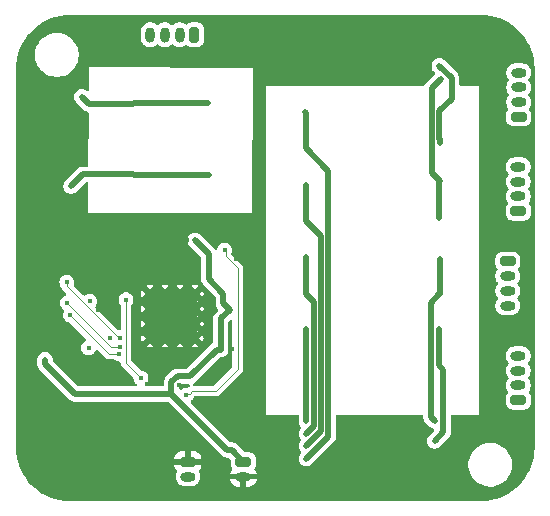
<source format=gbr>
%TF.GenerationSoftware,KiCad,Pcbnew,9.0.2*%
%TF.CreationDate,2025-07-16T09:04:19-04:00*%
%TF.ProjectId,switch,73776974-6368-42e6-9b69-6361645f7063,V2*%
%TF.SameCoordinates,Original*%
%TF.FileFunction,Copper,L4,Bot*%
%TF.FilePolarity,Positive*%
%FSLAX46Y46*%
G04 Gerber Fmt 4.6, Leading zero omitted, Abs format (unit mm)*
G04 Created by KiCad (PCBNEW 9.0.2) date 2025-07-16 09:04:19*
%MOMM*%
%LPD*%
G01*
G04 APERTURE LIST*
G04 Aperture macros list*
%AMRoundRect*
0 Rectangle with rounded corners*
0 $1 Rounding radius*
0 $2 $3 $4 $5 $6 $7 $8 $9 X,Y pos of 4 corners*
0 Add a 4 corners polygon primitive as box body*
4,1,4,$2,$3,$4,$5,$6,$7,$8,$9,$2,$3,0*
0 Add four circle primitives for the rounded corners*
1,1,$1+$1,$2,$3*
1,1,$1+$1,$4,$5*
1,1,$1+$1,$6,$7*
1,1,$1+$1,$8,$9*
0 Add four rect primitives between the rounded corners*
20,1,$1+$1,$2,$3,$4,$5,0*
20,1,$1+$1,$4,$5,$6,$7,0*
20,1,$1+$1,$6,$7,$8,$9,0*
20,1,$1+$1,$8,$9,$2,$3,0*%
G04 Aperture macros list end*
%TA.AperFunction,ComponentPad*%
%ADD10RoundRect,0.200000X0.450000X-0.200000X0.450000X0.200000X-0.450000X0.200000X-0.450000X-0.200000X0*%
%TD*%
%TA.AperFunction,ComponentPad*%
%ADD11O,1.300000X0.800000*%
%TD*%
%TA.AperFunction,HeatsinkPad*%
%ADD12C,0.500000*%
%TD*%
%TA.AperFunction,HeatsinkPad*%
%ADD13R,4.300000X4.300000*%
%TD*%
%TA.AperFunction,ComponentPad*%
%ADD14RoundRect,0.200000X0.200000X0.450000X-0.200000X0.450000X-0.200000X-0.450000X0.200000X-0.450000X0*%
%TD*%
%TA.AperFunction,ComponentPad*%
%ADD15O,0.800000X1.300000*%
%TD*%
%TA.AperFunction,ComponentPad*%
%ADD16RoundRect,0.200000X-0.450000X0.200000X-0.450000X-0.200000X0.450000X-0.200000X0.450000X0.200000X0*%
%TD*%
%TA.AperFunction,ViaPad*%
%ADD17C,0.450000*%
%TD*%
%TA.AperFunction,Conductor*%
%ADD18C,0.500000*%
%TD*%
%TA.AperFunction,Conductor*%
%ADD19C,0.090000*%
%TD*%
%TA.AperFunction,Conductor*%
%ADD20C,0.125000*%
%TD*%
G04 APERTURE END LIST*
D10*
%TO.P,J8,1,Pin_1*%
%TO.N,/Magnetics/RX0+*%
X154280000Y-108575000D03*
D11*
%TO.P,J8,2,Pin_2*%
%TO.N,/Magnetics/RX0-*%
X154280000Y-107325000D03*
%TO.P,J8,3,Pin_3*%
%TO.N,/Magnetics/TX0+*%
X154280000Y-106075000D03*
%TO.P,J8,4,Pin_4*%
%TO.N,/Magnetics/TX0-*%
X154280000Y-104825000D03*
%TD*%
D10*
%TO.P,J6,1,Pin_1*%
%TO.N,/Magnetics/RX2+*%
X154280000Y-92575000D03*
D11*
%TO.P,J6,2,Pin_2*%
%TO.N,/Magnetics/RX2-*%
X154280000Y-91325000D03*
%TO.P,J6,3,Pin_3*%
%TO.N,/Magnetics/TX2+*%
X154280000Y-90075000D03*
%TO.P,J6,4,Pin_4*%
%TO.N,/Magnetics/TX2-*%
X154280000Y-88825000D03*
%TD*%
D12*
%TO.P,U3,49,E-Pad_GND*%
%TO.N,GND*%
X126876199Y-103361063D03*
X126876199Y-102094396D03*
X126876199Y-100827730D03*
X126876199Y-99561063D03*
X125609532Y-103361063D03*
X125609532Y-102094396D03*
X125609532Y-100827730D03*
X125609532Y-99561063D03*
D13*
X124976199Y-101461063D03*
D12*
X124342866Y-103361063D03*
X124342866Y-102094396D03*
X124342866Y-100827730D03*
X124342866Y-99561063D03*
X123076199Y-103361063D03*
X123076199Y-102094396D03*
X123076199Y-100827730D03*
X123076199Y-99561063D03*
%TD*%
D14*
%TO.P,J4,1,Pin_1*%
%TO.N,/Magnetics/TX4-*%
X126850000Y-77650000D03*
D15*
%TO.P,J4,2,Pin_2*%
%TO.N,/Magnetics/TX4+*%
X125600000Y-77650000D03*
%TO.P,J4,3,Pin_3*%
%TO.N,/Magnetics/RX4-*%
X124350000Y-77650000D03*
%TO.P,J4,4,Pin_4*%
%TO.N,/Magnetics/RX4+*%
X123100000Y-77650000D03*
%TD*%
D16*
%TO.P,J1,1,Pin_1*%
%TO.N,GND*%
X126300000Y-113800000D03*
D11*
%TO.P,J1,2,Pin_2*%
%TO.N,Net-(D7-A)*%
X126300000Y-115050000D03*
%TD*%
D16*
%TO.P,J7,1,Pin_1*%
%TO.N,/Magnetics/RX1+*%
X153380000Y-96825000D03*
D11*
%TO.P,J7,2,Pin_2*%
%TO.N,/Magnetics/RX1-*%
X153380000Y-98075000D03*
%TO.P,J7,3,Pin_3*%
%TO.N,/Magnetics/TX1+*%
X153380000Y-99325000D03*
%TO.P,J7,4,Pin_4*%
%TO.N,/Magnetics/TX1-*%
X153380000Y-100575000D03*
%TD*%
D16*
%TO.P,J3,1,Pin_1*%
%TO.N,VCC*%
X131000000Y-113800000D03*
D11*
%TO.P,J3,2,Pin_2*%
%TO.N,GND*%
X131000000Y-115050000D03*
%TD*%
D10*
%TO.P,J5,1,Pin_1*%
%TO.N,/Magnetics/RX3+*%
X154305000Y-84600000D03*
D11*
%TO.P,J5,2,Pin_2*%
%TO.N,/Magnetics/RX3-*%
X154305000Y-83350000D03*
%TO.P,J5,3,Pin_3*%
%TO.N,/Magnetics/TX3+*%
X154305000Y-82100000D03*
%TO.P,J5,4,Pin_4*%
%TO.N,/Magnetics/TX3-*%
X154305000Y-80850000D03*
%TD*%
D17*
%TO.N,GND*%
X133180000Y-112920000D03*
X125860000Y-112360000D03*
X114720034Y-114495546D03*
X128660000Y-114940000D03*
X116992400Y-95148400D03*
X113450034Y-115765546D03*
X118630000Y-78310000D03*
X128660000Y-116210000D03*
X114720034Y-109415546D03*
X120030000Y-116690000D03*
X127130000Y-112360000D03*
X117270000Y-110470000D03*
X139690000Y-116560000D03*
X114720034Y-115765546D03*
X137160000Y-76450000D03*
X117260034Y-114495546D03*
X132480000Y-76440000D03*
X137160000Y-78740000D03*
X112870000Y-80370000D03*
X129940000Y-78730000D03*
X133180000Y-114200000D03*
X116850000Y-93180800D03*
X129940000Y-76440000D03*
X130042800Y-104250000D03*
X131350000Y-99900000D03*
X118760000Y-116690000D03*
X126250000Y-95050000D03*
X118694200Y-100939600D03*
X137150000Y-114890000D03*
X116513800Y-104267000D03*
X119690000Y-79610000D03*
X115990034Y-109415546D03*
X133180000Y-115470000D03*
X114220000Y-107100000D03*
X124900000Y-110050000D03*
X115824000Y-104952800D03*
X115990034Y-115765546D03*
X116420000Y-91370000D03*
X142070000Y-116570000D03*
X118930000Y-105550000D03*
X124000000Y-109850000D03*
X124590000Y-112360000D03*
X125552200Y-107340400D03*
X149860000Y-76850000D03*
X147150000Y-116570000D03*
X122834400Y-107238800D03*
X115150000Y-91370000D03*
X117260034Y-109415546D03*
X117660000Y-105550000D03*
X133180000Y-110380000D03*
X119690000Y-78340000D03*
X113420000Y-82900000D03*
X132480000Y-78730000D03*
X115990034Y-114495546D03*
X130370000Y-111650000D03*
X113700000Y-90120000D03*
X154940000Y-78740000D03*
X112050000Y-105350000D03*
X134610000Y-114890000D03*
X114813600Y-104500000D03*
X119380000Y-99898200D03*
X137150000Y-116560000D03*
X125780800Y-110490000D03*
X113700000Y-91390000D03*
X115570000Y-82910000D03*
X128660000Y-113670000D03*
X139690000Y-114890000D03*
X139700000Y-81280000D03*
X144610000Y-116570000D03*
X119735600Y-103327200D03*
X139700000Y-78740000D03*
X147320000Y-78740000D03*
X139700000Y-76450000D03*
X130400000Y-96650000D03*
X117260034Y-115765546D03*
X116000000Y-110470000D03*
X137160000Y-81280000D03*
X121120000Y-97440000D03*
X112400000Y-103150000D03*
X122000000Y-97760000D03*
X149860000Y-78740000D03*
X117627400Y-98020000D03*
X118630000Y-77040000D03*
X152400000Y-76850000D03*
X114730000Y-110470000D03*
X152400000Y-78740000D03*
X149860000Y-81280000D03*
X116390000Y-105550000D03*
X130370000Y-110380000D03*
X147320000Y-76850000D03*
X133180000Y-111650000D03*
%TO.N,VCC*%
X128066800Y-98323400D03*
X114200000Y-105150000D03*
X129082800Y-104300000D03*
X126900000Y-95050000D03*
X125577600Y-106553000D03*
X129827600Y-100922400D03*
%TO.N,+1.1VA*%
X129400000Y-95900000D03*
X126136400Y-108153200D03*
%TO.N,+3.3V*%
X118000000Y-100200000D03*
X117900000Y-104150000D03*
%TO.N,+1.1V*%
X122326400Y-106705400D03*
X121056400Y-100076000D03*
%TO.N,/Magnetics/CT4*%
X116400000Y-90450000D03*
X121650000Y-89450000D03*
X128050000Y-89550000D03*
%TO.N,/Magnetics/CT3*%
X136250000Y-84200000D03*
X136280000Y-87230000D03*
X136330000Y-113530000D03*
%TO.N,/Magnetics/CT1*%
X136330000Y-111430000D03*
X136330000Y-99630000D03*
X136330000Y-96480000D03*
%TO.N,/Magnetics/CT2*%
X136330000Y-112430000D03*
X136280000Y-90330000D03*
X136280000Y-93380000D03*
%TO.N,/Magnetics/CT0*%
X136330000Y-105580000D03*
X136330000Y-110380000D03*
X136330000Y-102530000D03*
%TO.N,/IP175G/LINK_LED2{slash}REDUCE_IPG_EN*%
X116050000Y-98600000D03*
X120550000Y-103350000D03*
%TO.N,/IP175G/LINK_LED1{slash}SCLK{slash}BF_STM_DIS*%
X116100000Y-100345674D03*
X120550000Y-104050000D03*
%TO.N,/IP175G/LINK_LED0*%
X116325000Y-101375000D03*
X120498096Y-104672844D03*
%TO.N,/Magnetics/REF4*%
X128000000Y-83450000D03*
X121650000Y-83500000D03*
X117300000Y-82900000D03*
%TO.N,Net-(R21-Pad1)*%
X147580000Y-80280000D03*
X147580000Y-84130000D03*
X147630000Y-86780000D03*
%TO.N,Net-(R22-Pad1)*%
X147630000Y-90030000D03*
X147730000Y-81380000D03*
X147580000Y-93180000D03*
%TO.N,Net-(R23-Pad1)*%
X147580000Y-99630000D03*
X147190000Y-110320000D03*
X147630000Y-96630000D03*
%TO.N,Net-(R25-Pad1)*%
X147580000Y-102580000D03*
X147530000Y-105630000D03*
X147180000Y-112030000D03*
%TD*%
D18*
%TO.N,VCC*%
X114200000Y-105150000D02*
X114200000Y-105500000D01*
X129300000Y-100394800D02*
X129827600Y-100922400D01*
X129300000Y-99556600D02*
X128066800Y-98323400D01*
X130000000Y-112800000D02*
X131000000Y-113800000D01*
X116752200Y-108052200D02*
X124902200Y-108052200D01*
X129300000Y-100394800D02*
X129300000Y-99556600D01*
X128750000Y-104300000D02*
X126497000Y-106553000D01*
X129082800Y-104300000D02*
X129082800Y-101667200D01*
X126497000Y-106553000D02*
X125577600Y-106553000D01*
X129650000Y-112800000D02*
X130000000Y-112800000D01*
X126900000Y-95050000D02*
X128066800Y-96216800D01*
X114200000Y-105500000D02*
X116752200Y-108052200D01*
X125420361Y-106553000D02*
X124902200Y-107071161D01*
X124902200Y-108052200D02*
X129650000Y-112800000D01*
X125577600Y-106553000D02*
X125420361Y-106553000D01*
X128066800Y-96216800D02*
X128066800Y-98323400D01*
X129082800Y-104300000D02*
X128750000Y-104300000D01*
X129082800Y-101667200D02*
X129827600Y-100922400D01*
X124902200Y-107071161D02*
X124902200Y-108052200D01*
D19*
%TO.N,+1.1VA*%
X129485418Y-96393000D02*
X129485418Y-95985418D01*
X126441200Y-108026200D02*
X126644400Y-107823000D01*
X126263400Y-108026200D02*
X126441200Y-108026200D01*
X130517900Y-105975826D02*
X130517900Y-97425482D01*
X129485418Y-95985418D02*
X129400000Y-95900000D01*
X126136400Y-108153200D02*
X126263400Y-108026200D01*
X126644400Y-107823000D02*
X128670726Y-107823000D01*
X130517900Y-97425482D02*
X129485418Y-96393000D01*
X128670726Y-107823000D02*
X130517900Y-105975826D01*
D20*
%TO.N,+1.1V*%
X121056400Y-100076000D02*
X121056400Y-105435400D01*
X121056400Y-105435400D02*
X122326400Y-106705400D01*
D18*
%TO.N,/Magnetics/CT4*%
X128050000Y-89550000D02*
X121750000Y-89550000D01*
X121750000Y-89550000D02*
X121650000Y-89450000D01*
X121650000Y-89450000D02*
X117400000Y-89450000D01*
X117400000Y-89450000D02*
X116400000Y-90450000D01*
%TO.N,/Magnetics/CT3*%
X138200000Y-111660000D02*
X136330000Y-113530000D01*
X136280000Y-87230000D02*
X136280000Y-84230000D01*
X138200000Y-89150000D02*
X138200000Y-111660000D01*
X136280000Y-84230000D02*
X136250000Y-84200000D01*
X136280000Y-87230000D02*
X138200000Y-89150000D01*
%TO.N,/Magnetics/CT1*%
X136330000Y-96480000D02*
X136330000Y-99630000D01*
X136980000Y-110780000D02*
X136330000Y-111430000D01*
X136330000Y-99630000D02*
X136980000Y-100280000D01*
X136980000Y-100280000D02*
X136980000Y-110780000D01*
%TO.N,/Magnetics/CT2*%
X137590000Y-111170000D02*
X136330000Y-112430000D01*
X136280000Y-90330000D02*
X136280000Y-93380000D01*
X136280000Y-93380000D02*
X137590000Y-94690000D01*
X137590000Y-94690000D02*
X137590000Y-111170000D01*
%TO.N,/Magnetics/CT0*%
X136330000Y-105580000D02*
X136330000Y-110380000D01*
X136330000Y-102530000D02*
X136330000Y-105580000D01*
D20*
%TO.N,/IP175G/LINK_LED2{slash}REDUCE_IPG_EN*%
X116050000Y-98600000D02*
X116050000Y-98949474D01*
X116050000Y-98949474D02*
X120450526Y-103350000D01*
X120450526Y-103350000D02*
X120550000Y-103350000D01*
%TO.N,/IP175G/LINK_LED1{slash}SCLK{slash}BF_STM_DIS*%
X116100000Y-100345674D02*
X119804326Y-104050000D01*
X119804326Y-104050000D02*
X120550000Y-104050000D01*
%TO.N,/IP175G/LINK_LED0*%
X119622844Y-104672844D02*
X120498096Y-104672844D01*
X116325000Y-101375000D02*
X119622844Y-104672844D01*
D18*
%TO.N,/Magnetics/REF4*%
X121650000Y-83500000D02*
X117900000Y-83500000D01*
X121700000Y-83450000D02*
X121650000Y-83500000D01*
X117900000Y-83500000D02*
X117300000Y-82900000D01*
X128000000Y-83450000D02*
X121700000Y-83450000D01*
%TO.N,Net-(R21-Pad1)*%
X147630000Y-86780000D02*
X147630000Y-86480000D01*
X147580000Y-84130000D02*
X148630000Y-83080000D01*
X148630000Y-81330000D02*
X147580000Y-80280000D01*
X147580000Y-86430000D02*
X147580000Y-84130000D01*
X147630000Y-86480000D02*
X147580000Y-86430000D01*
X148630000Y-83080000D02*
X148630000Y-81330000D01*
%TO.N,Net-(R22-Pad1)*%
X146930000Y-89330000D02*
X146930000Y-82180000D01*
X147580000Y-90080000D02*
X147630000Y-90030000D01*
X147630000Y-90030000D02*
X146930000Y-89330000D01*
X147580000Y-93180000D02*
X147580000Y-90080000D01*
X146930000Y-82180000D02*
X147730000Y-81380000D01*
%TO.N,Net-(R23-Pad1)*%
X147630000Y-99580000D02*
X147580000Y-99630000D01*
X146880000Y-100330000D02*
X146880000Y-110010000D01*
X147630000Y-96630000D02*
X147630000Y-99580000D01*
X146880000Y-110010000D02*
X147190000Y-110320000D01*
X147580000Y-99630000D02*
X146880000Y-100330000D01*
%TO.N,Net-(R25-Pad1)*%
X147930000Y-111280000D02*
X147930000Y-106030000D01*
X147180000Y-112030000D02*
X147930000Y-111280000D01*
X147580000Y-102580000D02*
X147580000Y-105580000D01*
X147580000Y-105580000D02*
X147530000Y-105630000D01*
X147930000Y-106030000D02*
X147530000Y-105630000D01*
%TD*%
%TA.AperFunction,Conductor*%
%TO.N,GND*%
G36*
X126430670Y-107223185D02*
G01*
X126476425Y-107275989D01*
X126486369Y-107345147D01*
X126457344Y-107408703D01*
X126425630Y-107434887D01*
X126370857Y-107466511D01*
X126370856Y-107466512D01*
X126339873Y-107497493D01*
X126278551Y-107530977D01*
X126222520Y-107530207D01*
X126212349Y-107527700D01*
X126060451Y-107527700D01*
X126060450Y-107527700D01*
X125912967Y-107564051D01*
X125778464Y-107634643D01*
X125758926Y-107651953D01*
X125695692Y-107681674D01*
X125626429Y-107672490D01*
X125573126Y-107627317D01*
X125552707Y-107560497D01*
X125552700Y-107559137D01*
X125552700Y-107391969D01*
X125572385Y-107324930D01*
X125589019Y-107304288D01*
X125653488Y-107239819D01*
X125714811Y-107206334D01*
X125741169Y-107203500D01*
X126363631Y-107203500D01*
X126430670Y-107223185D01*
G37*
%TD.AperFunction*%
%TA.AperFunction,Conductor*%
G36*
X129991734Y-101780726D02*
G01*
X130047667Y-101822598D01*
X130072084Y-101888062D01*
X130072400Y-101896908D01*
X130072400Y-105739931D01*
X130052715Y-105806970D01*
X130036081Y-105827612D01*
X128522512Y-107341181D01*
X128461189Y-107374666D01*
X128434831Y-107377500D01*
X126829708Y-107377500D01*
X126762669Y-107357815D01*
X126716914Y-107305011D01*
X126706970Y-107235853D01*
X126735995Y-107172297D01*
X126782256Y-107138939D01*
X126805125Y-107129466D01*
X126805127Y-107129465D01*
X126836877Y-107108251D01*
X126861950Y-107091498D01*
X126911669Y-107058277D01*
X128983126Y-104986818D01*
X129044449Y-104953334D01*
X129070807Y-104950500D01*
X129146871Y-104950500D01*
X129231415Y-104933682D01*
X129272544Y-104925501D01*
X129390927Y-104876465D01*
X129497469Y-104805276D01*
X129588076Y-104714669D01*
X129659265Y-104608127D01*
X129708301Y-104489744D01*
X129722363Y-104419050D01*
X129733300Y-104364071D01*
X129733300Y-101988008D01*
X129752985Y-101920969D01*
X129769619Y-101900327D01*
X129860719Y-101809227D01*
X129922042Y-101775742D01*
X129991734Y-101780726D01*
G37*
%TD.AperFunction*%
%TA.AperFunction,Conductor*%
G36*
X151152691Y-75986149D02*
G01*
X151536751Y-76002925D01*
X151547495Y-76003865D01*
X151925958Y-76053697D01*
X151936596Y-76055574D01*
X152309268Y-76138200D01*
X152319683Y-76140990D01*
X152683565Y-76255727D01*
X152683733Y-76255780D01*
X152693878Y-76259471D01*
X153046565Y-76405565D01*
X153056324Y-76410116D01*
X153394918Y-76586381D01*
X153404282Y-76591788D01*
X153726213Y-76796884D01*
X153735065Y-76803082D01*
X154037890Y-77035451D01*
X154046165Y-77042394D01*
X154181613Y-77166510D01*
X154327593Y-77300277D01*
X154335242Y-77307926D01*
X154593118Y-77589350D01*
X154600071Y-77597637D01*
X154832436Y-77900461D01*
X154838637Y-77909317D01*
X155043734Y-78231253D01*
X155049133Y-78240605D01*
X155225383Y-78579178D01*
X155229955Y-78588981D01*
X155376015Y-78941596D01*
X155376027Y-78941623D01*
X155379727Y-78951789D01*
X155494514Y-79315838D01*
X155497313Y-79326286D01*
X155579929Y-79698924D01*
X155581808Y-79709578D01*
X155631634Y-80088015D01*
X155632577Y-80098791D01*
X155649382Y-80483574D01*
X155649500Y-80488984D01*
X155649500Y-112597293D01*
X155649382Y-112602702D01*
X155632614Y-112986750D01*
X155631671Y-112997526D01*
X155581849Y-113375957D01*
X155579971Y-113386610D01*
X155497354Y-113759272D01*
X155494554Y-113769721D01*
X155379775Y-114133755D01*
X155376075Y-114143921D01*
X155230002Y-114496572D01*
X155225430Y-114506376D01*
X155049183Y-114844942D01*
X155043775Y-114854310D01*
X154838681Y-115176244D01*
X154832476Y-115185105D01*
X154600110Y-115487930D01*
X154593156Y-115496217D01*
X154335284Y-115777635D01*
X154327635Y-115785284D01*
X154046217Y-116043156D01*
X154037930Y-116050110D01*
X153735105Y-116282476D01*
X153726244Y-116288681D01*
X153404310Y-116493775D01*
X153394942Y-116499183D01*
X153056376Y-116675430D01*
X153046572Y-116680002D01*
X152693921Y-116826075D01*
X152683755Y-116829775D01*
X152319721Y-116944554D01*
X152309272Y-116947354D01*
X151936610Y-117029971D01*
X151925957Y-117031849D01*
X151547526Y-117081671D01*
X151536750Y-117082614D01*
X151152703Y-117099382D01*
X151147294Y-117099500D01*
X116323678Y-117099500D01*
X116315833Y-117099013D01*
X116249128Y-117099493D01*
X116243670Y-117099412D01*
X115859127Y-117085239D01*
X115848246Y-117084357D01*
X115469157Y-117036759D01*
X115458396Y-117034924D01*
X115084946Y-116954166D01*
X115074389Y-116951391D01*
X114709499Y-116838106D01*
X114699226Y-116834413D01*
X114345727Y-116689480D01*
X114335818Y-116684899D01*
X113996409Y-116509423D01*
X113986942Y-116503987D01*
X113664296Y-116299350D01*
X113655352Y-116293110D01*
X113351936Y-116060875D01*
X113343578Y-116053873D01*
X113061781Y-115795870D01*
X113054062Y-115788152D01*
X112796038Y-115506355D01*
X112789028Y-115497987D01*
X112556795Y-115194598D01*
X112550557Y-115185659D01*
X112345887Y-114862990D01*
X112340464Y-114853543D01*
X112164976Y-114514144D01*
X112160409Y-114504270D01*
X112015439Y-114150721D01*
X112011749Y-114140453D01*
X112009669Y-114133755D01*
X111985706Y-114056582D01*
X125150001Y-114056582D01*
X125156408Y-114127102D01*
X125156409Y-114127107D01*
X125206981Y-114289396D01*
X125294927Y-114434877D01*
X125344857Y-114484807D01*
X125378342Y-114546130D01*
X125373358Y-114615822D01*
X125360279Y-114641378D01*
X125340608Y-114670817D01*
X125340602Y-114670828D01*
X125280264Y-114816498D01*
X125280261Y-114816510D01*
X125249500Y-114971153D01*
X125249500Y-115128846D01*
X125280261Y-115283489D01*
X125280264Y-115283501D01*
X125340602Y-115429172D01*
X125340609Y-115429185D01*
X125428210Y-115560288D01*
X125428213Y-115560292D01*
X125539707Y-115671786D01*
X125539711Y-115671789D01*
X125670814Y-115759390D01*
X125670827Y-115759397D01*
X125783464Y-115806052D01*
X125816503Y-115819737D01*
X125956408Y-115847566D01*
X125971153Y-115850499D01*
X125971156Y-115850500D01*
X125971158Y-115850500D01*
X126628844Y-115850500D01*
X126628845Y-115850499D01*
X126783497Y-115819737D01*
X126929179Y-115759394D01*
X127060289Y-115671789D01*
X127171789Y-115560289D01*
X127259394Y-115429179D01*
X127312901Y-115300000D01*
X129882096Y-115300000D01*
X129884584Y-115312516D01*
X129884587Y-115312523D01*
X129952428Y-115476306D01*
X129952433Y-115476316D01*
X130050923Y-115623716D01*
X130050926Y-115623720D01*
X130176279Y-115749073D01*
X130176283Y-115749076D01*
X130323683Y-115847566D01*
X130323692Y-115847571D01*
X130487479Y-115915413D01*
X130487487Y-115915415D01*
X130661353Y-115949999D01*
X130661357Y-115950000D01*
X130750000Y-115950000D01*
X130750000Y-115300000D01*
X129882096Y-115300000D01*
X127312901Y-115300000D01*
X127319737Y-115283497D01*
X127350500Y-115128842D01*
X127350500Y-114971158D01*
X127350500Y-114971155D01*
X127350499Y-114971153D01*
X127328986Y-114863000D01*
X127319737Y-114816503D01*
X127259397Y-114670828D01*
X127259397Y-114670827D01*
X127259392Y-114670818D01*
X127259280Y-114670651D01*
X127239721Y-114641378D01*
X127218843Y-114574704D01*
X127237326Y-114507324D01*
X127255143Y-114484806D01*
X127305072Y-114434877D01*
X127393019Y-114289395D01*
X127443590Y-114127106D01*
X127450000Y-114056572D01*
X127450000Y-114050000D01*
X126349728Y-114050000D01*
X126441614Y-114011940D01*
X126511940Y-113941614D01*
X126550000Y-113849728D01*
X126550000Y-113750272D01*
X126511940Y-113658386D01*
X126441614Y-113588060D01*
X126349728Y-113550000D01*
X126250272Y-113550000D01*
X126158386Y-113588060D01*
X126088060Y-113658386D01*
X126050000Y-113750272D01*
X126050000Y-113849728D01*
X126088060Y-113941614D01*
X126158386Y-114011940D01*
X126250272Y-114050000D01*
X125150001Y-114050000D01*
X125150001Y-114056582D01*
X111985706Y-114056582D01*
X111898453Y-113775580D01*
X111895679Y-113765031D01*
X111849170Y-113550000D01*
X125150000Y-113550000D01*
X126050000Y-113550000D01*
X126050000Y-112900000D01*
X126550000Y-112900000D01*
X126550000Y-113550000D01*
X127449999Y-113550000D01*
X127449999Y-113543417D01*
X127443591Y-113472897D01*
X127443590Y-113472892D01*
X127393018Y-113310603D01*
X127305072Y-113165122D01*
X127184877Y-113044927D01*
X127039395Y-112956980D01*
X127039396Y-112956980D01*
X126877105Y-112906409D01*
X126877106Y-112906409D01*
X126806572Y-112900000D01*
X126550000Y-112900000D01*
X126050000Y-112900000D01*
X125793417Y-112900000D01*
X125722897Y-112906408D01*
X125722892Y-112906409D01*
X125560603Y-112956981D01*
X125415122Y-113044927D01*
X125294927Y-113165122D01*
X125206980Y-113310604D01*
X125156409Y-113472893D01*
X125150000Y-113543427D01*
X125150000Y-113550000D01*
X111849170Y-113550000D01*
X111814900Y-113391556D01*
X111813072Y-113380832D01*
X111765456Y-113001720D01*
X111764576Y-112990873D01*
X111750458Y-112608244D01*
X111750374Y-112603672D01*
X111750374Y-112602198D01*
X111750377Y-112601310D01*
X111750858Y-112534127D01*
X111750374Y-112526313D01*
X111750375Y-112174497D01*
X111750401Y-105564071D01*
X113549499Y-105564071D01*
X113568648Y-105660331D01*
X113568648Y-105660332D01*
X113574496Y-105689737D01*
X113574498Y-105689742D01*
X113586903Y-105719689D01*
X113623535Y-105808127D01*
X113686592Y-105902500D01*
X113694726Y-105914673D01*
X116337525Y-108557472D01*
X116337532Y-108557478D01*
X116399222Y-108598697D01*
X116399224Y-108598698D01*
X116399227Y-108598700D01*
X116444073Y-108628665D01*
X116562456Y-108677701D01*
X116562460Y-108677701D01*
X116562461Y-108677702D01*
X116688128Y-108702700D01*
X116688131Y-108702700D01*
X124581392Y-108702700D01*
X124648431Y-108722385D01*
X124669073Y-108739019D01*
X126919804Y-110989749D01*
X129144724Y-113214669D01*
X129211008Y-113280953D01*
X129235332Y-113305277D01*
X129341866Y-113376461D01*
X129341875Y-113376466D01*
X129366365Y-113386610D01*
X129460256Y-113425501D01*
X129460260Y-113425501D01*
X129460261Y-113425502D01*
X129585928Y-113450500D01*
X129585931Y-113450500D01*
X129679192Y-113450500D01*
X129746231Y-113470185D01*
X129766873Y-113486819D01*
X129913181Y-113633127D01*
X129946666Y-113694450D01*
X129949500Y-113720808D01*
X129949500Y-114039363D01*
X129964953Y-114156753D01*
X129964956Y-114156762D01*
X130025464Y-114302842D01*
X130046927Y-114330813D01*
X130072121Y-114395983D01*
X130058082Y-114464427D01*
X130051653Y-114475189D01*
X129952436Y-114623678D01*
X129952428Y-114623693D01*
X129884587Y-114787476D01*
X129884584Y-114787483D01*
X129882096Y-114800000D01*
X130950272Y-114800000D01*
X130858386Y-114838060D01*
X130788060Y-114908386D01*
X130750000Y-115000272D01*
X130750000Y-115099728D01*
X130788060Y-115191614D01*
X130858386Y-115261940D01*
X130950272Y-115300000D01*
X131049728Y-115300000D01*
X131250000Y-115300000D01*
X131250000Y-115950000D01*
X131338643Y-115950000D01*
X131338646Y-115949999D01*
X131512512Y-115915415D01*
X131512520Y-115915413D01*
X131676307Y-115847571D01*
X131676316Y-115847566D01*
X131823716Y-115749076D01*
X131823720Y-115749073D01*
X131949073Y-115623720D01*
X131949076Y-115623716D01*
X132047566Y-115476316D01*
X132047571Y-115476306D01*
X132115412Y-115312523D01*
X132115415Y-115312516D01*
X132117904Y-115300000D01*
X131250000Y-115300000D01*
X131049728Y-115300000D01*
X131141614Y-115261940D01*
X131211940Y-115191614D01*
X131250000Y-115099728D01*
X131250000Y-115000272D01*
X131211940Y-114908386D01*
X131141614Y-114838060D01*
X131049728Y-114800000D01*
X132117904Y-114800000D01*
X132115415Y-114787483D01*
X132115412Y-114787476D01*
X132047571Y-114623693D01*
X132047566Y-114623683D01*
X131948346Y-114475190D01*
X131927468Y-114408512D01*
X131945953Y-114341132D01*
X131953073Y-114330812D01*
X131974535Y-114302842D01*
X131974534Y-114302842D01*
X131974536Y-114302841D01*
X132035044Y-114156762D01*
X132050500Y-114039361D01*
X132050499Y-113560640D01*
X132050499Y-113560636D01*
X132035046Y-113443246D01*
X132035044Y-113443241D01*
X132035044Y-113443238D01*
X131974536Y-113297159D01*
X131878282Y-113171718D01*
X131752841Y-113075464D01*
X131734046Y-113067679D01*
X131606762Y-113014956D01*
X131606760Y-113014955D01*
X131489370Y-112999501D01*
X131489367Y-112999500D01*
X131489361Y-112999500D01*
X131489354Y-112999500D01*
X131170808Y-112999500D01*
X131103769Y-112979815D01*
X131083127Y-112963181D01*
X130414674Y-112294727D01*
X130414673Y-112294726D01*
X130414669Y-112294723D01*
X130308127Y-112223535D01*
X130298955Y-112219736D01*
X130189744Y-112174499D01*
X130189738Y-112174497D01*
X130064071Y-112149500D01*
X130064069Y-112149500D01*
X129970807Y-112149500D01*
X129903768Y-112129815D01*
X129883126Y-112113181D01*
X127569946Y-109800000D01*
X132900000Y-109800000D01*
X135555500Y-109800000D01*
X135622539Y-109819685D01*
X135668294Y-109872489D01*
X135679500Y-109924000D01*
X135679500Y-110444069D01*
X135679500Y-110444071D01*
X135679499Y-110444071D01*
X135704497Y-110569738D01*
X135704499Y-110569744D01*
X135753533Y-110688124D01*
X135753538Y-110688133D01*
X135824723Y-110794668D01*
X135824726Y-110794672D01*
X135847372Y-110817318D01*
X135880857Y-110878641D01*
X135875873Y-110948333D01*
X135847375Y-110992677D01*
X135824727Y-111015326D01*
X135824724Y-111015329D01*
X135753534Y-111121874D01*
X135704499Y-111240255D01*
X135704497Y-111240263D01*
X135679501Y-111365926D01*
X135679501Y-111494073D01*
X135704497Y-111619736D01*
X135704499Y-111619744D01*
X135747713Y-111724073D01*
X135753535Y-111738127D01*
X135821779Y-111840263D01*
X135824726Y-111844673D01*
X135828592Y-111849384D01*
X135826960Y-111850722D01*
X135855857Y-111903642D01*
X135850873Y-111973334D01*
X135827492Y-112009713D01*
X135828592Y-112010616D01*
X135824726Y-112015326D01*
X135753534Y-112121874D01*
X135704499Y-112240255D01*
X135704497Y-112240263D01*
X135679501Y-112365926D01*
X135679501Y-112494073D01*
X135704497Y-112619736D01*
X135704499Y-112619744D01*
X135753535Y-112738127D01*
X135813093Y-112827263D01*
X135824726Y-112844673D01*
X135824727Y-112844674D01*
X135872371Y-112892317D01*
X135905857Y-112953640D01*
X135900873Y-113023331D01*
X135872374Y-113067679D01*
X135824723Y-113115331D01*
X135753534Y-113221874D01*
X135704499Y-113340255D01*
X135704497Y-113340263D01*
X135679501Y-113465926D01*
X135679501Y-113594073D01*
X135704497Y-113719736D01*
X135704499Y-113719744D01*
X135723257Y-113765031D01*
X135753535Y-113838127D01*
X135814061Y-113928712D01*
X135824726Y-113944673D01*
X135915326Y-114035273D01*
X135915329Y-114035275D01*
X135915331Y-114035277D01*
X136021873Y-114106465D01*
X136140256Y-114155501D01*
X136219624Y-114171288D01*
X136265926Y-114180498D01*
X136265930Y-114180499D01*
X136265931Y-114180499D01*
X136394070Y-114180499D01*
X136394071Y-114180498D01*
X136440374Y-114171288D01*
X150049500Y-114171288D01*
X150080730Y-114408512D01*
X150081162Y-114411789D01*
X150095266Y-114464427D01*
X150143947Y-114646104D01*
X150207693Y-114800000D01*
X150236776Y-114870212D01*
X150358064Y-115080289D01*
X150358066Y-115080292D01*
X150358067Y-115080293D01*
X150505733Y-115272736D01*
X150505739Y-115272743D01*
X150677256Y-115444260D01*
X150677262Y-115444265D01*
X150869711Y-115591936D01*
X151079788Y-115713224D01*
X151303900Y-115806054D01*
X151538211Y-115868838D01*
X151718586Y-115892584D01*
X151778711Y-115900500D01*
X151778712Y-115900500D01*
X152021289Y-115900500D01*
X152069388Y-115894167D01*
X152261789Y-115868838D01*
X152496100Y-115806054D01*
X152720212Y-115713224D01*
X152930289Y-115591936D01*
X153122738Y-115444265D01*
X153294265Y-115272738D01*
X153441936Y-115080289D01*
X153563224Y-114870212D01*
X153656054Y-114646100D01*
X153718838Y-114411789D01*
X153750500Y-114171288D01*
X153750500Y-113928712D01*
X153718838Y-113688211D01*
X153656054Y-113453900D01*
X153563224Y-113229788D01*
X153441936Y-113019711D01*
X153294265Y-112827262D01*
X153294260Y-112827256D01*
X153122743Y-112655739D01*
X153122736Y-112655733D01*
X152930293Y-112508067D01*
X152930292Y-112508066D01*
X152930289Y-112508064D01*
X152720212Y-112386776D01*
X152669876Y-112365926D01*
X152496104Y-112293947D01*
X152261785Y-112231161D01*
X152021289Y-112199500D01*
X152021288Y-112199500D01*
X151778712Y-112199500D01*
X151778711Y-112199500D01*
X151538214Y-112231161D01*
X151303895Y-112293947D01*
X151079794Y-112386773D01*
X151079785Y-112386777D01*
X150869706Y-112508067D01*
X150677263Y-112655733D01*
X150677256Y-112655739D01*
X150505739Y-112827256D01*
X150505733Y-112827263D01*
X150358067Y-113019706D01*
X150236777Y-113229785D01*
X150236773Y-113229794D01*
X150143947Y-113453895D01*
X150081161Y-113688214D01*
X150049500Y-113928711D01*
X150049500Y-114171288D01*
X136440374Y-114171288D01*
X136519744Y-114155501D01*
X136638127Y-114106465D01*
X136744669Y-114035277D01*
X138705276Y-112074670D01*
X138776465Y-111968127D01*
X138825501Y-111849744D01*
X138825501Y-111849741D01*
X138825504Y-111849734D01*
X138825884Y-111847824D01*
X138850499Y-111724073D01*
X138850500Y-111724071D01*
X138850500Y-109924000D01*
X138870185Y-109856961D01*
X138922989Y-109811206D01*
X138974500Y-109800000D01*
X146105500Y-109800000D01*
X146172539Y-109819685D01*
X146218294Y-109872489D01*
X146229500Y-109924000D01*
X146229500Y-110074070D01*
X146240677Y-110130256D01*
X146240677Y-110130258D01*
X146254497Y-110199736D01*
X146254499Y-110199744D01*
X146303534Y-110318125D01*
X146374726Y-110424673D01*
X146374727Y-110424674D01*
X146775327Y-110825273D01*
X146775331Y-110825276D01*
X146881866Y-110896461D01*
X146881872Y-110896464D01*
X146881873Y-110896465D01*
X147000256Y-110945501D01*
X147059900Y-110957364D01*
X147121811Y-110989749D01*
X147156385Y-111050465D01*
X147152646Y-111120234D01*
X147123390Y-111166663D01*
X146674727Y-111615325D01*
X146674726Y-111615326D01*
X146603534Y-111721874D01*
X146554499Y-111840255D01*
X146554497Y-111840263D01*
X146529501Y-111965926D01*
X146529501Y-112094073D01*
X146554497Y-112219736D01*
X146554499Y-112219744D01*
X146585234Y-112293946D01*
X146603535Y-112338127D01*
X146674723Y-112444669D01*
X146674726Y-112444673D01*
X146765326Y-112535273D01*
X146765329Y-112535275D01*
X146765331Y-112535277D01*
X146871873Y-112606465D01*
X146990256Y-112655501D01*
X147115926Y-112680498D01*
X147115930Y-112680499D01*
X147115931Y-112680499D01*
X147244070Y-112680499D01*
X147244071Y-112680498D01*
X147369744Y-112655501D01*
X147488127Y-112606465D01*
X147594669Y-112535277D01*
X148435276Y-111694669D01*
X148506465Y-111588127D01*
X148555501Y-111469744D01*
X148563307Y-111430500D01*
X148580500Y-111344069D01*
X148580500Y-109924000D01*
X148600185Y-109856961D01*
X148652989Y-109811206D01*
X148704500Y-109800000D01*
X150950000Y-109800000D01*
X150950000Y-108814363D01*
X153229500Y-108814363D01*
X153244953Y-108931753D01*
X153244956Y-108931762D01*
X153305464Y-109077841D01*
X153401718Y-109203282D01*
X153527159Y-109299536D01*
X153673238Y-109360044D01*
X153790639Y-109375500D01*
X154769360Y-109375499D01*
X154769363Y-109375499D01*
X154886753Y-109360046D01*
X154886757Y-109360044D01*
X154886762Y-109360044D01*
X155032841Y-109299536D01*
X155158282Y-109203282D01*
X155254536Y-109077841D01*
X155315044Y-108931762D01*
X155330500Y-108814361D01*
X155330499Y-108335640D01*
X155330499Y-108335638D01*
X155330499Y-108335636D01*
X155315046Y-108218246D01*
X155315044Y-108218239D01*
X155315044Y-108218238D01*
X155254536Y-108072159D01*
X155169104Y-107960821D01*
X155143911Y-107895654D01*
X155157949Y-107827209D01*
X155164374Y-107816453D01*
X155239394Y-107704179D01*
X155299737Y-107558497D01*
X155330500Y-107403842D01*
X155330500Y-107246158D01*
X155330500Y-107246155D01*
X155330499Y-107246153D01*
X155315808Y-107172297D01*
X155299737Y-107091503D01*
X155299735Y-107091498D01*
X155239397Y-106945827D01*
X155239390Y-106945814D01*
X155151789Y-106814711D01*
X155151786Y-106814707D01*
X155124760Y-106787681D01*
X155091275Y-106726358D01*
X155096259Y-106656666D01*
X155124760Y-106612319D01*
X155151786Y-106585292D01*
X155151789Y-106585289D01*
X155239394Y-106454179D01*
X155299737Y-106308497D01*
X155330500Y-106153842D01*
X155330500Y-105996158D01*
X155330500Y-105996155D01*
X155330499Y-105996153D01*
X155314789Y-105917174D01*
X155299737Y-105841503D01*
X155285912Y-105808127D01*
X155239397Y-105695827D01*
X155239390Y-105695814D01*
X155151789Y-105564711D01*
X155151786Y-105564707D01*
X155124760Y-105537681D01*
X155091275Y-105476358D01*
X155096259Y-105406666D01*
X155124760Y-105362319D01*
X155151786Y-105335292D01*
X155151789Y-105335289D01*
X155239394Y-105204179D01*
X155299737Y-105058497D01*
X155330500Y-104903842D01*
X155330500Y-104746158D01*
X155330500Y-104746155D01*
X155330499Y-104746153D01*
X155303045Y-104608133D01*
X155299737Y-104591503D01*
X155292296Y-104573538D01*
X155239397Y-104445827D01*
X155239390Y-104445814D01*
X155151789Y-104314711D01*
X155151786Y-104314707D01*
X155040292Y-104203213D01*
X155040288Y-104203210D01*
X154909185Y-104115609D01*
X154909172Y-104115602D01*
X154763501Y-104055264D01*
X154763489Y-104055261D01*
X154608845Y-104024500D01*
X154608842Y-104024500D01*
X153951158Y-104024500D01*
X153951155Y-104024500D01*
X153796510Y-104055261D01*
X153796498Y-104055264D01*
X153650827Y-104115602D01*
X153650814Y-104115609D01*
X153519711Y-104203210D01*
X153519707Y-104203213D01*
X153408213Y-104314707D01*
X153408210Y-104314711D01*
X153320609Y-104445814D01*
X153320602Y-104445827D01*
X153260264Y-104591498D01*
X153260261Y-104591510D01*
X153229500Y-104746153D01*
X153229500Y-104903846D01*
X153260261Y-105058489D01*
X153260264Y-105058501D01*
X153320602Y-105204172D01*
X153320609Y-105204185D01*
X153408210Y-105335288D01*
X153408213Y-105335292D01*
X153435240Y-105362319D01*
X153468725Y-105423642D01*
X153463741Y-105493334D01*
X153435240Y-105537681D01*
X153408213Y-105564707D01*
X153408210Y-105564711D01*
X153320609Y-105695814D01*
X153320602Y-105695827D01*
X153260264Y-105841498D01*
X153260261Y-105841510D01*
X153229500Y-105996153D01*
X153229500Y-106153846D01*
X153260261Y-106308489D01*
X153260264Y-106308501D01*
X153320602Y-106454172D01*
X153320609Y-106454185D01*
X153408210Y-106585288D01*
X153408213Y-106585292D01*
X153435240Y-106612319D01*
X153468725Y-106673642D01*
X153463741Y-106743334D01*
X153435240Y-106787681D01*
X153408213Y-106814707D01*
X153408210Y-106814711D01*
X153320609Y-106945814D01*
X153320602Y-106945827D01*
X153260264Y-107091498D01*
X153260261Y-107091510D01*
X153229500Y-107246153D01*
X153229500Y-107403846D01*
X153260261Y-107558489D01*
X153260264Y-107558501D01*
X153320602Y-107704172D01*
X153320609Y-107704185D01*
X153395620Y-107816446D01*
X153416498Y-107883124D01*
X153398014Y-107950504D01*
X153390894Y-107960823D01*
X153305464Y-108072157D01*
X153244956Y-108218237D01*
X153244955Y-108218239D01*
X153229500Y-108335638D01*
X153229500Y-108814363D01*
X150950000Y-108814363D01*
X150950000Y-100653846D01*
X152329500Y-100653846D01*
X152360261Y-100808489D01*
X152360264Y-100808501D01*
X152420602Y-100954172D01*
X152420609Y-100954185D01*
X152508210Y-101085288D01*
X152508213Y-101085292D01*
X152619707Y-101196786D01*
X152619711Y-101196789D01*
X152750814Y-101284390D01*
X152750827Y-101284397D01*
X152877993Y-101337070D01*
X152896503Y-101344737D01*
X153048644Y-101375000D01*
X153051153Y-101375499D01*
X153051156Y-101375500D01*
X153051158Y-101375500D01*
X153708844Y-101375500D01*
X153708845Y-101375499D01*
X153863497Y-101344737D01*
X154009179Y-101284394D01*
X154140289Y-101196789D01*
X154251789Y-101085289D01*
X154339394Y-100954179D01*
X154399737Y-100808497D01*
X154430500Y-100653842D01*
X154430500Y-100496158D01*
X154430500Y-100496155D01*
X154430499Y-100496153D01*
X154423083Y-100458869D01*
X154399737Y-100341503D01*
X154389826Y-100317575D01*
X154339397Y-100195827D01*
X154339390Y-100195814D01*
X154251789Y-100064711D01*
X154251786Y-100064707D01*
X154224760Y-100037681D01*
X154191275Y-99976358D01*
X154196259Y-99906666D01*
X154224760Y-99862319D01*
X154251786Y-99835292D01*
X154251789Y-99835289D01*
X154339394Y-99704179D01*
X154348812Y-99681443D01*
X154398673Y-99561066D01*
X154399737Y-99558497D01*
X154430500Y-99403842D01*
X154430500Y-99246158D01*
X154430500Y-99246155D01*
X154430499Y-99246153D01*
X154421682Y-99201827D01*
X154399737Y-99091503D01*
X154383095Y-99051325D01*
X154339397Y-98945827D01*
X154339390Y-98945814D01*
X154251789Y-98814711D01*
X154251786Y-98814707D01*
X154224760Y-98787681D01*
X154191275Y-98726358D01*
X154196259Y-98656666D01*
X154224760Y-98612319D01*
X154251786Y-98585292D01*
X154251789Y-98585289D01*
X154339394Y-98454179D01*
X154399737Y-98308497D01*
X154430500Y-98153842D01*
X154430500Y-97996158D01*
X154430500Y-97996155D01*
X154430499Y-97996153D01*
X154399738Y-97841510D01*
X154399737Y-97841503D01*
X154399735Y-97841498D01*
X154339397Y-97695827D01*
X154339390Y-97695814D01*
X154264379Y-97583553D01*
X154243501Y-97516876D01*
X154261985Y-97449496D01*
X154269100Y-97439183D01*
X154354536Y-97327841D01*
X154415044Y-97181762D01*
X154430500Y-97064361D01*
X154430499Y-96585640D01*
X154430499Y-96585638D01*
X154430499Y-96585636D01*
X154415046Y-96468246D01*
X154415044Y-96468239D01*
X154415044Y-96468238D01*
X154354536Y-96322159D01*
X154258282Y-96196718D01*
X154132841Y-96100464D01*
X153986762Y-96039956D01*
X153986760Y-96039955D01*
X153869370Y-96024501D01*
X153869367Y-96024500D01*
X153869361Y-96024500D01*
X153869354Y-96024500D01*
X152890636Y-96024500D01*
X152773246Y-96039953D01*
X152773237Y-96039956D01*
X152627160Y-96100463D01*
X152501718Y-96196718D01*
X152405463Y-96322160D01*
X152344956Y-96468237D01*
X152344955Y-96468239D01*
X152329500Y-96585638D01*
X152329500Y-97064363D01*
X152344953Y-97181753D01*
X152344956Y-97181762D01*
X152405464Y-97327842D01*
X152490894Y-97439176D01*
X152516088Y-97504345D01*
X152502050Y-97572790D01*
X152495620Y-97583552D01*
X152420612Y-97695809D01*
X152420602Y-97695827D01*
X152360264Y-97841498D01*
X152360261Y-97841510D01*
X152329500Y-97996153D01*
X152329500Y-98153846D01*
X152360261Y-98308489D01*
X152360264Y-98308501D01*
X152420602Y-98454172D01*
X152420609Y-98454185D01*
X152508210Y-98585288D01*
X152508213Y-98585292D01*
X152535240Y-98612319D01*
X152568725Y-98673642D01*
X152563741Y-98743334D01*
X152535240Y-98787681D01*
X152508213Y-98814707D01*
X152508210Y-98814711D01*
X152420609Y-98945814D01*
X152420602Y-98945827D01*
X152360264Y-99091498D01*
X152360261Y-99091510D01*
X152329500Y-99246153D01*
X152329500Y-99403846D01*
X152360261Y-99558489D01*
X152360264Y-99558501D01*
X152420602Y-99704172D01*
X152420609Y-99704185D01*
X152508210Y-99835288D01*
X152508213Y-99835292D01*
X152535240Y-99862319D01*
X152568725Y-99923642D01*
X152563741Y-99993334D01*
X152535240Y-100037681D01*
X152508213Y-100064707D01*
X152508210Y-100064711D01*
X152420609Y-100195814D01*
X152420602Y-100195827D01*
X152360264Y-100341498D01*
X152360261Y-100341510D01*
X152329500Y-100496153D01*
X152329500Y-100653846D01*
X150950000Y-100653846D01*
X150950000Y-92814363D01*
X153229500Y-92814363D01*
X153244953Y-92931753D01*
X153244956Y-92931762D01*
X153305464Y-93077841D01*
X153401718Y-93203282D01*
X153527159Y-93299536D01*
X153673238Y-93360044D01*
X153790639Y-93375500D01*
X154769360Y-93375499D01*
X154769363Y-93375499D01*
X154886753Y-93360046D01*
X154886757Y-93360044D01*
X154886762Y-93360044D01*
X155032841Y-93299536D01*
X155158282Y-93203282D01*
X155254536Y-93077841D01*
X155315044Y-92931762D01*
X155330500Y-92814361D01*
X155330499Y-92335640D01*
X155330499Y-92335638D01*
X155330499Y-92335636D01*
X155315046Y-92218246D01*
X155315044Y-92218239D01*
X155315044Y-92218238D01*
X155254536Y-92072159D01*
X155169104Y-91960821D01*
X155143911Y-91895654D01*
X155157949Y-91827209D01*
X155164374Y-91816453D01*
X155239394Y-91704179D01*
X155299737Y-91558497D01*
X155330500Y-91403842D01*
X155330500Y-91246158D01*
X155330500Y-91246155D01*
X155330499Y-91246153D01*
X155299738Y-91091510D01*
X155299737Y-91091503D01*
X155293109Y-91075501D01*
X155239397Y-90945827D01*
X155239390Y-90945814D01*
X155151789Y-90814711D01*
X155151786Y-90814707D01*
X155124760Y-90787681D01*
X155091275Y-90726358D01*
X155096259Y-90656666D01*
X155124760Y-90612319D01*
X155151786Y-90585292D01*
X155151789Y-90585289D01*
X155239394Y-90454179D01*
X155299737Y-90308497D01*
X155330500Y-90153842D01*
X155330500Y-89996158D01*
X155330500Y-89996155D01*
X155330499Y-89996153D01*
X155299738Y-89841510D01*
X155299737Y-89841503D01*
X155299735Y-89841498D01*
X155239397Y-89695827D01*
X155239390Y-89695814D01*
X155151789Y-89564711D01*
X155151786Y-89564707D01*
X155124760Y-89537681D01*
X155091275Y-89476358D01*
X155096259Y-89406666D01*
X155124760Y-89362319D01*
X155151786Y-89335292D01*
X155151789Y-89335289D01*
X155239394Y-89204179D01*
X155299737Y-89058497D01*
X155330500Y-88903842D01*
X155330500Y-88746158D01*
X155330500Y-88746155D01*
X155330499Y-88746153D01*
X155299738Y-88591510D01*
X155299737Y-88591503D01*
X155299735Y-88591498D01*
X155239397Y-88445827D01*
X155239390Y-88445814D01*
X155151789Y-88314711D01*
X155151786Y-88314707D01*
X155040292Y-88203213D01*
X155040288Y-88203210D01*
X154909185Y-88115609D01*
X154909172Y-88115602D01*
X154763501Y-88055264D01*
X154763489Y-88055261D01*
X154608845Y-88024500D01*
X154608842Y-88024500D01*
X153951158Y-88024500D01*
X153951155Y-88024500D01*
X153796510Y-88055261D01*
X153796498Y-88055264D01*
X153650827Y-88115602D01*
X153650814Y-88115609D01*
X153519711Y-88203210D01*
X153519707Y-88203213D01*
X153408213Y-88314707D01*
X153408210Y-88314711D01*
X153320609Y-88445814D01*
X153320602Y-88445827D01*
X153260264Y-88591498D01*
X153260261Y-88591510D01*
X153229500Y-88746153D01*
X153229500Y-88903846D01*
X153260261Y-89058489D01*
X153260264Y-89058501D01*
X153320602Y-89204172D01*
X153320609Y-89204185D01*
X153408210Y-89335288D01*
X153408213Y-89335292D01*
X153435240Y-89362319D01*
X153468725Y-89423642D01*
X153463741Y-89493334D01*
X153435240Y-89537681D01*
X153408213Y-89564707D01*
X153408210Y-89564711D01*
X153320609Y-89695814D01*
X153320602Y-89695827D01*
X153260264Y-89841498D01*
X153260261Y-89841510D01*
X153229500Y-89996153D01*
X153229500Y-90153846D01*
X153260261Y-90308489D01*
X153260264Y-90308501D01*
X153320602Y-90454172D01*
X153320609Y-90454185D01*
X153408210Y-90585288D01*
X153408213Y-90585292D01*
X153435240Y-90612319D01*
X153468725Y-90673642D01*
X153463741Y-90743334D01*
X153435240Y-90787681D01*
X153408213Y-90814707D01*
X153408210Y-90814711D01*
X153320609Y-90945814D01*
X153320602Y-90945827D01*
X153260264Y-91091498D01*
X153260261Y-91091510D01*
X153229500Y-91246153D01*
X153229500Y-91403846D01*
X153260261Y-91558489D01*
X153260264Y-91558501D01*
X153320602Y-91704172D01*
X153320609Y-91704185D01*
X153395620Y-91816446D01*
X153416498Y-91883124D01*
X153398014Y-91950504D01*
X153390894Y-91960823D01*
X153305464Y-92072157D01*
X153244956Y-92218237D01*
X153244955Y-92218239D01*
X153229500Y-92335638D01*
X153229500Y-92814363D01*
X150950000Y-92814363D01*
X150950000Y-84839363D01*
X153254500Y-84839363D01*
X153269953Y-84956753D01*
X153269956Y-84956762D01*
X153330464Y-85102841D01*
X153426718Y-85228282D01*
X153552159Y-85324536D01*
X153698238Y-85385044D01*
X153815639Y-85400500D01*
X154794360Y-85400499D01*
X154794363Y-85400499D01*
X154911753Y-85385046D01*
X154911757Y-85385044D01*
X154911762Y-85385044D01*
X155057841Y-85324536D01*
X155183282Y-85228282D01*
X155279536Y-85102841D01*
X155340044Y-84956762D01*
X155355500Y-84839361D01*
X155355499Y-84360640D01*
X155355499Y-84360638D01*
X155355499Y-84360636D01*
X155340046Y-84243246D01*
X155340044Y-84243239D01*
X155340044Y-84243238D01*
X155279536Y-84097159D01*
X155194104Y-83985821D01*
X155168911Y-83920654D01*
X155182949Y-83852209D01*
X155189374Y-83841453D01*
X155264394Y-83729179D01*
X155324737Y-83583497D01*
X155355500Y-83428842D01*
X155355500Y-83271158D01*
X155355500Y-83271155D01*
X155355499Y-83271153D01*
X155324738Y-83116510D01*
X155324737Y-83116503D01*
X155313650Y-83089736D01*
X155264397Y-82970827D01*
X155264390Y-82970814D01*
X155176789Y-82839711D01*
X155176786Y-82839707D01*
X155149760Y-82812681D01*
X155116275Y-82751358D01*
X155121259Y-82681666D01*
X155149760Y-82637319D01*
X155176786Y-82610292D01*
X155176789Y-82610289D01*
X155264394Y-82479179D01*
X155324737Y-82333497D01*
X155355500Y-82178842D01*
X155355500Y-82021158D01*
X155355500Y-82021155D01*
X155355499Y-82021153D01*
X155337430Y-81930315D01*
X155324737Y-81866503D01*
X155324735Y-81866498D01*
X155264397Y-81720827D01*
X155264390Y-81720814D01*
X155176789Y-81589711D01*
X155176786Y-81589707D01*
X155149760Y-81562681D01*
X155116275Y-81501358D01*
X155121259Y-81431666D01*
X155149760Y-81387319D01*
X155176786Y-81360292D01*
X155176789Y-81360289D01*
X155264394Y-81229179D01*
X155324737Y-81083497D01*
X155355500Y-80928842D01*
X155355500Y-80771158D01*
X155355500Y-80771155D01*
X155355499Y-80771153D01*
X155324738Y-80616510D01*
X155324737Y-80616503D01*
X155324735Y-80616498D01*
X155264397Y-80470827D01*
X155264390Y-80470814D01*
X155176789Y-80339711D01*
X155176786Y-80339707D01*
X155065292Y-80228213D01*
X155065288Y-80228210D01*
X154934185Y-80140609D01*
X154934172Y-80140602D01*
X154788501Y-80080264D01*
X154788489Y-80080261D01*
X154633845Y-80049500D01*
X154633842Y-80049500D01*
X153976158Y-80049500D01*
X153976155Y-80049500D01*
X153821510Y-80080261D01*
X153821498Y-80080264D01*
X153675827Y-80140602D01*
X153675814Y-80140609D01*
X153544711Y-80228210D01*
X153544707Y-80228213D01*
X153433213Y-80339707D01*
X153433210Y-80339711D01*
X153345609Y-80470814D01*
X153345602Y-80470827D01*
X153285264Y-80616498D01*
X153285261Y-80616510D01*
X153254500Y-80771153D01*
X153254500Y-80928846D01*
X153285261Y-81083489D01*
X153285264Y-81083501D01*
X153345602Y-81229172D01*
X153345609Y-81229185D01*
X153433210Y-81360288D01*
X153433213Y-81360292D01*
X153460240Y-81387319D01*
X153493725Y-81448642D01*
X153488741Y-81518334D01*
X153460240Y-81562681D01*
X153433213Y-81589707D01*
X153433210Y-81589711D01*
X153345609Y-81720814D01*
X153345602Y-81720827D01*
X153285264Y-81866498D01*
X153285261Y-81866510D01*
X153254500Y-82021153D01*
X153254500Y-82178846D01*
X153285261Y-82333489D01*
X153285264Y-82333501D01*
X153345602Y-82479172D01*
X153345609Y-82479185D01*
X153433210Y-82610288D01*
X153433213Y-82610292D01*
X153460240Y-82637319D01*
X153493725Y-82698642D01*
X153488741Y-82768334D01*
X153460240Y-82812681D01*
X153433213Y-82839707D01*
X153433210Y-82839711D01*
X153345609Y-82970814D01*
X153345602Y-82970827D01*
X153285264Y-83116498D01*
X153285261Y-83116510D01*
X153254500Y-83271153D01*
X153254500Y-83428846D01*
X153285261Y-83583489D01*
X153285264Y-83583501D01*
X153345602Y-83729172D01*
X153345609Y-83729185D01*
X153420620Y-83841446D01*
X153441498Y-83908124D01*
X153423014Y-83975504D01*
X153415894Y-83985823D01*
X153330464Y-84097157D01*
X153269956Y-84243237D01*
X153269955Y-84243239D01*
X153254500Y-84360638D01*
X153254500Y-84839363D01*
X150950000Y-84839363D01*
X150950000Y-81950000D01*
X149404500Y-81950000D01*
X149337461Y-81930315D01*
X149291706Y-81877511D01*
X149280500Y-81826000D01*
X149280500Y-81265928D01*
X149255502Y-81140261D01*
X149255501Y-81140260D01*
X149255501Y-81140256D01*
X149206465Y-81021873D01*
X149159729Y-80951927D01*
X149159729Y-80951926D01*
X149135274Y-80915327D01*
X147994673Y-79774726D01*
X147889143Y-79704214D01*
X147888127Y-79703535D01*
X147769744Y-79654499D01*
X147769736Y-79654497D01*
X147644073Y-79629501D01*
X147644069Y-79629501D01*
X147515931Y-79629501D01*
X147515926Y-79629501D01*
X147390263Y-79654497D01*
X147390255Y-79654499D01*
X147271874Y-79703534D01*
X147165326Y-79774726D01*
X147074726Y-79865326D01*
X147003534Y-79971874D01*
X146954499Y-80090255D01*
X146954497Y-80090263D01*
X146929501Y-80215926D01*
X146929501Y-80344073D01*
X146954497Y-80469736D01*
X146954499Y-80469744D01*
X147003534Y-80588125D01*
X147074726Y-80694673D01*
X147197372Y-80817319D01*
X147230857Y-80878642D01*
X147225873Y-80948334D01*
X147197372Y-80992681D01*
X146424727Y-81765325D01*
X146424724Y-81765328D01*
X146377987Y-81835275D01*
X146377988Y-81835276D01*
X146353537Y-81871869D01*
X146353533Y-81871877D01*
X146352882Y-81873450D01*
X146352320Y-81874147D01*
X146350665Y-81877244D01*
X146350077Y-81876930D01*
X146309043Y-81927854D01*
X146242749Y-81949921D01*
X146238320Y-81950000D01*
X132900000Y-81950000D01*
X132900000Y-109800000D01*
X127569946Y-109800000D01*
X126559572Y-108789626D01*
X126526087Y-108728303D01*
X126531071Y-108658611D01*
X126565024Y-108609130D01*
X126608032Y-108571030D01*
X126694321Y-108446019D01*
X126711096Y-108401784D01*
X126739354Y-108358077D01*
X126792616Y-108304817D01*
X126853940Y-108271333D01*
X126880296Y-108268500D01*
X128729376Y-108268500D01*
X128729378Y-108268500D01*
X128786030Y-108253320D01*
X128842683Y-108238140D01*
X128893476Y-108208814D01*
X128944270Y-108179489D01*
X130874389Y-106249369D01*
X130933041Y-106147782D01*
X130963400Y-106034477D01*
X130963400Y-105917174D01*
X130963400Y-97366831D01*
X130933040Y-97253525D01*
X130893621Y-97185250D01*
X130874389Y-97151938D01*
X130874387Y-97151936D01*
X130874386Y-97151934D01*
X130874385Y-97151933D01*
X130002883Y-96280432D01*
X129969398Y-96219109D01*
X129974382Y-96149418D01*
X129974505Y-96149088D01*
X130011785Y-96050791D01*
X130030094Y-95900000D01*
X130011785Y-95749209D01*
X129957921Y-95607181D01*
X129871632Y-95482170D01*
X129757934Y-95381443D01*
X129623434Y-95310852D01*
X129623433Y-95310851D01*
X129623432Y-95310851D01*
X129475950Y-95274500D01*
X129475949Y-95274500D01*
X129324051Y-95274500D01*
X129324050Y-95274500D01*
X129176567Y-95310851D01*
X129042067Y-95381442D01*
X128928367Y-95482171D01*
X128842080Y-95607179D01*
X128842079Y-95607180D01*
X128788213Y-95749211D01*
X128787493Y-95752135D01*
X128786380Y-95754045D01*
X128785555Y-95756222D01*
X128785192Y-95756084D01*
X128752333Y-95812513D01*
X128690112Y-95844298D01*
X128620583Y-95837397D01*
X128577272Y-95805548D01*
X128576384Y-95806437D01*
X127314673Y-94544726D01*
X127314669Y-94544723D01*
X127208127Y-94473535D01*
X127089744Y-94424499D01*
X127089736Y-94424497D01*
X126964073Y-94399501D01*
X126964069Y-94399501D01*
X126835931Y-94399501D01*
X126835926Y-94399501D01*
X126710263Y-94424497D01*
X126710255Y-94424499D01*
X126591874Y-94473534D01*
X126485326Y-94544726D01*
X126394726Y-94635326D01*
X126323534Y-94741874D01*
X126274499Y-94860255D01*
X126274497Y-94860263D01*
X126249501Y-94985926D01*
X126249501Y-95114073D01*
X126274497Y-95239736D01*
X126274499Y-95239744D01*
X126303952Y-95310851D01*
X126323535Y-95358127D01*
X126339114Y-95381443D01*
X126394726Y-95464673D01*
X126394727Y-95464674D01*
X127379981Y-96449927D01*
X127413466Y-96511250D01*
X127416300Y-96537608D01*
X127416300Y-98387469D01*
X127416300Y-98387471D01*
X127416299Y-98387471D01*
X127441297Y-98513138D01*
X127441299Y-98513144D01*
X127471182Y-98585289D01*
X127490335Y-98631527D01*
X127538232Y-98703211D01*
X127561526Y-98738073D01*
X127561527Y-98738074D01*
X128613181Y-99789726D01*
X128646666Y-99851049D01*
X128649500Y-99877407D01*
X128649500Y-100458869D01*
X128649500Y-100458871D01*
X128649499Y-100458871D01*
X128674497Y-100584538D01*
X128674499Y-100584544D01*
X128723535Y-100702927D01*
X128794723Y-100809469D01*
X128794726Y-100809473D01*
X128819972Y-100834719D01*
X128853457Y-100896042D01*
X128848473Y-100965734D01*
X128819972Y-101010081D01*
X128577527Y-101252525D01*
X128577526Y-101252526D01*
X128521038Y-101337069D01*
X128521036Y-101337072D01*
X128506336Y-101359070D01*
X128506333Y-101359075D01*
X128457299Y-101477455D01*
X128457297Y-101477461D01*
X128432300Y-101603128D01*
X128432300Y-103663651D01*
X128412615Y-103730690D01*
X128377192Y-103766753D01*
X128335327Y-103794726D01*
X126263873Y-105866181D01*
X126202550Y-105899666D01*
X126176192Y-105902500D01*
X125356290Y-105902500D01*
X125230622Y-105927497D01*
X125230616Y-105927499D01*
X125112231Y-105976535D01*
X125005692Y-106047722D01*
X125005685Y-106047728D01*
X124396924Y-106656489D01*
X124350813Y-106725501D01*
X124325735Y-106763033D01*
X124276699Y-106881416D01*
X124276697Y-106881422D01*
X124251700Y-107007089D01*
X124251700Y-107277700D01*
X124232015Y-107344739D01*
X124179211Y-107390494D01*
X124127700Y-107401700D01*
X122810665Y-107401700D01*
X122743626Y-107382015D01*
X122697871Y-107329211D01*
X122687927Y-107260053D01*
X122716952Y-107196497D01*
X122728433Y-107184888D01*
X122798032Y-107123230D01*
X122884321Y-106998219D01*
X122938185Y-106856191D01*
X122956494Y-106705400D01*
X122938185Y-106554609D01*
X122884321Y-106412581D01*
X122798032Y-106287570D01*
X122684334Y-106186843D01*
X122549834Y-106116252D01*
X122549833Y-106116251D01*
X122549832Y-106116251D01*
X122402348Y-106079899D01*
X122394905Y-106078996D01*
X122395216Y-106076427D01*
X122340004Y-106060215D01*
X122319362Y-106043581D01*
X121555719Y-105279938D01*
X121522234Y-105218615D01*
X121519400Y-105192257D01*
X121519400Y-104041329D01*
X122749484Y-104041329D01*
X122908255Y-104096887D01*
X123076195Y-104115809D01*
X123076203Y-104115809D01*
X123244142Y-104096887D01*
X123402912Y-104041330D01*
X123402913Y-104041329D01*
X124016151Y-104041329D01*
X124174922Y-104096887D01*
X124342862Y-104115809D01*
X124342870Y-104115809D01*
X124510809Y-104096887D01*
X124669579Y-104041330D01*
X124669580Y-104041329D01*
X125282817Y-104041329D01*
X125441588Y-104096887D01*
X125609528Y-104115809D01*
X125609536Y-104115809D01*
X125777475Y-104096887D01*
X125936245Y-104041330D01*
X125936246Y-104041329D01*
X126549484Y-104041329D01*
X126708255Y-104096887D01*
X126876195Y-104115809D01*
X126876203Y-104115809D01*
X127044142Y-104096887D01*
X127202912Y-104041330D01*
X127202913Y-104041329D01*
X126876200Y-103714616D01*
X126876199Y-103714616D01*
X126549484Y-104041329D01*
X125936246Y-104041329D01*
X125609533Y-103714616D01*
X125609532Y-103714616D01*
X125282817Y-104041329D01*
X124669580Y-104041329D01*
X124342867Y-103714616D01*
X124342866Y-103714616D01*
X124016151Y-104041329D01*
X123402913Y-104041329D01*
X123076200Y-103714616D01*
X123076199Y-103714616D01*
X122749484Y-104041329D01*
X121519400Y-104041329D01*
X121519400Y-103361066D01*
X122321453Y-103361066D01*
X122340374Y-103529001D01*
X122340375Y-103529006D01*
X122395931Y-103687777D01*
X122702755Y-103380954D01*
X122976199Y-103380954D01*
X122991423Y-103417708D01*
X123019554Y-103445839D01*
X123056308Y-103461063D01*
X123096090Y-103461063D01*
X123132844Y-103445839D01*
X123160975Y-103417708D01*
X123176199Y-103380954D01*
X123176199Y-103361064D01*
X123429752Y-103361064D01*
X123709531Y-103640843D01*
X123709532Y-103640843D01*
X123969422Y-103380954D01*
X124242866Y-103380954D01*
X124258090Y-103417708D01*
X124286221Y-103445839D01*
X124322975Y-103461063D01*
X124362757Y-103461063D01*
X124399511Y-103445839D01*
X124427642Y-103417708D01*
X124442866Y-103380954D01*
X124442866Y-103361063D01*
X124696419Y-103361063D01*
X124976199Y-103640843D01*
X125236088Y-103380954D01*
X125509532Y-103380954D01*
X125524756Y-103417708D01*
X125552887Y-103445839D01*
X125589641Y-103461063D01*
X125629423Y-103461063D01*
X125666177Y-103445839D01*
X125694308Y-103417708D01*
X125709532Y-103380954D01*
X125709532Y-103361064D01*
X125963085Y-103361064D01*
X126242864Y-103640843D01*
X126242865Y-103640843D01*
X126502755Y-103380954D01*
X126776199Y-103380954D01*
X126791423Y-103417708D01*
X126819554Y-103445839D01*
X126856308Y-103461063D01*
X126896090Y-103461063D01*
X126932844Y-103445839D01*
X126960975Y-103417708D01*
X126976199Y-103380954D01*
X126976199Y-103361063D01*
X127229752Y-103361063D01*
X127556465Y-103687776D01*
X127556466Y-103687776D01*
X127612023Y-103529006D01*
X127630945Y-103361066D01*
X127630945Y-103361059D01*
X127612023Y-103193119D01*
X127556465Y-103034348D01*
X127229752Y-103361062D01*
X127229752Y-103361063D01*
X126976199Y-103361063D01*
X126976199Y-103341172D01*
X126960975Y-103304418D01*
X126932844Y-103276287D01*
X126896090Y-103261063D01*
X126856308Y-103261063D01*
X126819554Y-103276287D01*
X126791423Y-103304418D01*
X126776199Y-103341172D01*
X126776199Y-103380954D01*
X126502755Y-103380954D01*
X126522646Y-103361063D01*
X126242865Y-103081282D01*
X126242864Y-103081282D01*
X125963085Y-103361062D01*
X125963085Y-103361064D01*
X125709532Y-103361064D01*
X125709532Y-103341172D01*
X125694308Y-103304418D01*
X125666177Y-103276287D01*
X125629423Y-103261063D01*
X125589641Y-103261063D01*
X125552887Y-103276287D01*
X125524756Y-103304418D01*
X125509532Y-103341172D01*
X125509532Y-103380954D01*
X125236088Y-103380954D01*
X125255979Y-103361063D01*
X124976199Y-103081283D01*
X124696419Y-103361063D01*
X124442866Y-103361063D01*
X124442866Y-103341172D01*
X124427642Y-103304418D01*
X124399511Y-103276287D01*
X124362757Y-103261063D01*
X124322975Y-103261063D01*
X124286221Y-103276287D01*
X124258090Y-103304418D01*
X124242866Y-103341172D01*
X124242866Y-103380954D01*
X123969422Y-103380954D01*
X123989313Y-103361063D01*
X123709532Y-103081282D01*
X123709531Y-103081282D01*
X123429752Y-103361062D01*
X123429752Y-103361064D01*
X123176199Y-103361064D01*
X123176199Y-103341172D01*
X123160975Y-103304418D01*
X123132844Y-103276287D01*
X123096090Y-103261063D01*
X123056308Y-103261063D01*
X123019554Y-103276287D01*
X122991423Y-103304418D01*
X122976199Y-103341172D01*
X122976199Y-103380954D01*
X122702755Y-103380954D01*
X122722646Y-103361063D01*
X122395931Y-103034348D01*
X122340375Y-103193116D01*
X122340374Y-103193121D01*
X122321453Y-103361059D01*
X122321453Y-103361066D01*
X121519400Y-103361066D01*
X121519400Y-102727729D01*
X122796418Y-102727729D01*
X123076199Y-103007510D01*
X123076200Y-103007510D01*
X123355979Y-102727729D01*
X124063085Y-102727729D01*
X124342866Y-103007510D01*
X124342867Y-103007510D01*
X124622646Y-102727729D01*
X125329751Y-102727729D01*
X125609532Y-103007510D01*
X125609533Y-103007510D01*
X125889312Y-102727729D01*
X126596418Y-102727729D01*
X126876199Y-103007510D01*
X126876200Y-103007510D01*
X127155979Y-102727729D01*
X127155979Y-102727728D01*
X126876200Y-102447949D01*
X126876199Y-102447949D01*
X126596418Y-102727728D01*
X126596418Y-102727729D01*
X125889312Y-102727729D01*
X125889312Y-102727728D01*
X125609533Y-102447949D01*
X125609532Y-102447949D01*
X125329751Y-102727728D01*
X125329751Y-102727729D01*
X124622646Y-102727729D01*
X124622646Y-102727728D01*
X124342867Y-102447949D01*
X124342866Y-102447949D01*
X124063085Y-102727728D01*
X124063085Y-102727729D01*
X123355979Y-102727729D01*
X123355979Y-102727728D01*
X123076200Y-102447949D01*
X123076199Y-102447949D01*
X122796418Y-102727728D01*
X122796418Y-102727729D01*
X121519400Y-102727729D01*
X121519400Y-102094399D01*
X122321453Y-102094399D01*
X122340374Y-102262334D01*
X122340375Y-102262339D01*
X122395931Y-102421110D01*
X122702755Y-102114287D01*
X122976199Y-102114287D01*
X122991423Y-102151041D01*
X123019554Y-102179172D01*
X123056308Y-102194396D01*
X123096090Y-102194396D01*
X123132844Y-102179172D01*
X123160975Y-102151041D01*
X123176199Y-102114287D01*
X123176199Y-102094397D01*
X123429752Y-102094397D01*
X123709531Y-102374176D01*
X123709532Y-102374176D01*
X123969422Y-102114287D01*
X124242866Y-102114287D01*
X124258090Y-102151041D01*
X124286221Y-102179172D01*
X124322975Y-102194396D01*
X124362757Y-102194396D01*
X124399511Y-102179172D01*
X124427642Y-102151041D01*
X124442866Y-102114287D01*
X124442866Y-102094396D01*
X124696419Y-102094396D01*
X124976199Y-102374176D01*
X125236088Y-102114287D01*
X125509532Y-102114287D01*
X125524756Y-102151041D01*
X125552887Y-102179172D01*
X125589641Y-102194396D01*
X125629423Y-102194396D01*
X125666177Y-102179172D01*
X125694308Y-102151041D01*
X125709532Y-102114287D01*
X125709532Y-102094397D01*
X125963085Y-102094397D01*
X126242864Y-102374176D01*
X126242865Y-102374176D01*
X126502755Y-102114287D01*
X126776199Y-102114287D01*
X126791423Y-102151041D01*
X126819554Y-102179172D01*
X126856308Y-102194396D01*
X126896090Y-102194396D01*
X126932844Y-102179172D01*
X126960975Y-102151041D01*
X126976199Y-102114287D01*
X126976199Y-102094396D01*
X127229752Y-102094396D01*
X127556465Y-102421109D01*
X127556466Y-102421109D01*
X127612023Y-102262339D01*
X127630945Y-102094399D01*
X127630945Y-102094392D01*
X127612023Y-101926452D01*
X127556465Y-101767681D01*
X127229752Y-102094395D01*
X127229752Y-102094396D01*
X126976199Y-102094396D01*
X126976199Y-102074505D01*
X126960975Y-102037751D01*
X126932844Y-102009620D01*
X126896090Y-101994396D01*
X126856308Y-101994396D01*
X126819554Y-102009620D01*
X126791423Y-102037751D01*
X126776199Y-102074505D01*
X126776199Y-102114287D01*
X126502755Y-102114287D01*
X126522646Y-102094396D01*
X126242865Y-101814615D01*
X126242864Y-101814615D01*
X125963085Y-102094395D01*
X125963085Y-102094397D01*
X125709532Y-102094397D01*
X125709532Y-102074505D01*
X125694308Y-102037751D01*
X125666177Y-102009620D01*
X125629423Y-101994396D01*
X125589641Y-101994396D01*
X125552887Y-102009620D01*
X125524756Y-102037751D01*
X125509532Y-102074505D01*
X125509532Y-102114287D01*
X125236088Y-102114287D01*
X125255979Y-102094396D01*
X124976199Y-101814616D01*
X124696419Y-102094396D01*
X124442866Y-102094396D01*
X124442866Y-102074505D01*
X124427642Y-102037751D01*
X124399511Y-102009620D01*
X124362757Y-101994396D01*
X124322975Y-101994396D01*
X124286221Y-102009620D01*
X124258090Y-102037751D01*
X124242866Y-102074505D01*
X124242866Y-102114287D01*
X123969422Y-102114287D01*
X123989313Y-102094396D01*
X123709532Y-101814615D01*
X123709531Y-101814615D01*
X123429752Y-102094395D01*
X123429752Y-102094397D01*
X123176199Y-102094397D01*
X123176199Y-102074505D01*
X123160975Y-102037751D01*
X123132844Y-102009620D01*
X123096090Y-101994396D01*
X123056308Y-101994396D01*
X123019554Y-102009620D01*
X122991423Y-102037751D01*
X122976199Y-102074505D01*
X122976199Y-102114287D01*
X122702755Y-102114287D01*
X122722646Y-102094396D01*
X122395931Y-101767681D01*
X122340375Y-101926449D01*
X122340374Y-101926454D01*
X122321453Y-102094392D01*
X122321453Y-102094399D01*
X121519400Y-102094399D01*
X121519400Y-101461063D01*
X122796419Y-101461063D01*
X123076199Y-101740843D01*
X123355979Y-101461063D01*
X124063086Y-101461063D01*
X124342866Y-101740843D01*
X124622646Y-101461063D01*
X125329752Y-101461063D01*
X125609532Y-101740843D01*
X125889312Y-101461063D01*
X126596419Y-101461063D01*
X126876199Y-101740843D01*
X127155979Y-101461063D01*
X126876199Y-101181283D01*
X126596419Y-101461063D01*
X125889312Y-101461063D01*
X125609532Y-101181283D01*
X125329752Y-101461063D01*
X124622646Y-101461063D01*
X124342866Y-101181283D01*
X124063086Y-101461063D01*
X123355979Y-101461063D01*
X123076199Y-101181283D01*
X122796419Y-101461063D01*
X121519400Y-101461063D01*
X121519400Y-100827733D01*
X122321453Y-100827733D01*
X122340374Y-100995668D01*
X122340375Y-100995673D01*
X122395931Y-101154444D01*
X122702755Y-100847621D01*
X122976199Y-100847621D01*
X122991423Y-100884375D01*
X123019554Y-100912506D01*
X123056308Y-100927730D01*
X123096090Y-100927730D01*
X123132844Y-100912506D01*
X123160975Y-100884375D01*
X123176199Y-100847621D01*
X123176199Y-100827731D01*
X123429752Y-100827731D01*
X123709531Y-101107510D01*
X123709532Y-101107510D01*
X123969422Y-100847621D01*
X124242866Y-100847621D01*
X124258090Y-100884375D01*
X124286221Y-100912506D01*
X124322975Y-100927730D01*
X124362757Y-100927730D01*
X124399511Y-100912506D01*
X124427642Y-100884375D01*
X124442866Y-100847621D01*
X124442866Y-100827730D01*
X124696419Y-100827730D01*
X124976199Y-101107510D01*
X125236088Y-100847621D01*
X125509532Y-100847621D01*
X125524756Y-100884375D01*
X125552887Y-100912506D01*
X125589641Y-100927730D01*
X125629423Y-100927730D01*
X125666177Y-100912506D01*
X125694308Y-100884375D01*
X125709532Y-100847621D01*
X125709532Y-100827731D01*
X125963085Y-100827731D01*
X126242864Y-101107510D01*
X126242865Y-101107510D01*
X126502755Y-100847621D01*
X126776199Y-100847621D01*
X126791423Y-100884375D01*
X126819554Y-100912506D01*
X126856308Y-100927730D01*
X126896090Y-100927730D01*
X126932844Y-100912506D01*
X126960975Y-100884375D01*
X126976199Y-100847621D01*
X126976199Y-100827730D01*
X127229752Y-100827730D01*
X127556465Y-101154443D01*
X127556466Y-101154443D01*
X127612023Y-100995673D01*
X127630945Y-100827733D01*
X127630945Y-100827726D01*
X127612023Y-100659786D01*
X127556465Y-100501015D01*
X127229752Y-100827729D01*
X127229752Y-100827730D01*
X126976199Y-100827730D01*
X126976199Y-100807839D01*
X126960975Y-100771085D01*
X126932844Y-100742954D01*
X126896090Y-100727730D01*
X126856308Y-100727730D01*
X126819554Y-100742954D01*
X126791423Y-100771085D01*
X126776199Y-100807839D01*
X126776199Y-100847621D01*
X126502755Y-100847621D01*
X126522646Y-100827730D01*
X126242865Y-100547949D01*
X126242864Y-100547949D01*
X125963085Y-100827729D01*
X125963085Y-100827731D01*
X125709532Y-100827731D01*
X125709532Y-100807839D01*
X125694308Y-100771085D01*
X125666177Y-100742954D01*
X125629423Y-100727730D01*
X125589641Y-100727730D01*
X125552887Y-100742954D01*
X125524756Y-100771085D01*
X125509532Y-100807839D01*
X125509532Y-100847621D01*
X125236088Y-100847621D01*
X125255979Y-100827730D01*
X124976199Y-100547950D01*
X124696419Y-100827730D01*
X124442866Y-100827730D01*
X124442866Y-100807839D01*
X124427642Y-100771085D01*
X124399511Y-100742954D01*
X124362757Y-100727730D01*
X124322975Y-100727730D01*
X124286221Y-100742954D01*
X124258090Y-100771085D01*
X124242866Y-100807839D01*
X124242866Y-100847621D01*
X123969422Y-100847621D01*
X123989313Y-100827730D01*
X123709532Y-100547949D01*
X123709531Y-100547949D01*
X123429752Y-100827729D01*
X123429752Y-100827731D01*
X123176199Y-100827731D01*
X123176199Y-100807839D01*
X123160975Y-100771085D01*
X123132844Y-100742954D01*
X123096090Y-100727730D01*
X123056308Y-100727730D01*
X123019554Y-100742954D01*
X122991423Y-100771085D01*
X122976199Y-100807839D01*
X122976199Y-100847621D01*
X122702755Y-100847621D01*
X122722646Y-100827730D01*
X122395931Y-100501015D01*
X122340375Y-100659783D01*
X122340374Y-100659788D01*
X122321453Y-100827726D01*
X122321453Y-100827733D01*
X121519400Y-100827733D01*
X121519400Y-100544975D01*
X121539085Y-100477936D01*
X121541350Y-100474535D01*
X121541598Y-100474177D01*
X121614321Y-100368819D01*
X121668185Y-100226791D01*
X121672118Y-100194396D01*
X122796418Y-100194396D01*
X123076199Y-100474177D01*
X123076200Y-100474177D01*
X123355979Y-100194396D01*
X124063085Y-100194396D01*
X124342866Y-100474177D01*
X124342867Y-100474177D01*
X124622646Y-100194396D01*
X125329751Y-100194396D01*
X125609532Y-100474177D01*
X125609533Y-100474177D01*
X125889312Y-100194396D01*
X126596418Y-100194396D01*
X126876199Y-100474177D01*
X126876200Y-100474177D01*
X127155979Y-100194396D01*
X127155979Y-100194395D01*
X126876200Y-99914616D01*
X126876199Y-99914616D01*
X126596418Y-100194395D01*
X126596418Y-100194396D01*
X125889312Y-100194396D01*
X125889312Y-100194395D01*
X125609533Y-99914616D01*
X125609532Y-99914616D01*
X125329751Y-100194395D01*
X125329751Y-100194396D01*
X124622646Y-100194396D01*
X124622646Y-100194395D01*
X124342867Y-99914616D01*
X124342866Y-99914616D01*
X124063085Y-100194395D01*
X124063085Y-100194396D01*
X123355979Y-100194396D01*
X123355979Y-100194395D01*
X123076200Y-99914616D01*
X123076199Y-99914616D01*
X122796418Y-100194395D01*
X122796418Y-100194396D01*
X121672118Y-100194396D01*
X121686494Y-100076000D01*
X121668185Y-99925209D01*
X121614321Y-99783181D01*
X121528032Y-99658170D01*
X121418424Y-99561066D01*
X122321453Y-99561066D01*
X122340374Y-99729001D01*
X122340375Y-99729006D01*
X122395931Y-99887777D01*
X122702755Y-99580954D01*
X122976199Y-99580954D01*
X122991423Y-99617708D01*
X123019554Y-99645839D01*
X123056308Y-99661063D01*
X123096090Y-99661063D01*
X123132844Y-99645839D01*
X123160975Y-99617708D01*
X123176199Y-99580954D01*
X123176199Y-99561064D01*
X123429752Y-99561064D01*
X123709531Y-99840843D01*
X123709532Y-99840843D01*
X123969422Y-99580954D01*
X124242866Y-99580954D01*
X124258090Y-99617708D01*
X124286221Y-99645839D01*
X124322975Y-99661063D01*
X124362757Y-99661063D01*
X124399511Y-99645839D01*
X124427642Y-99617708D01*
X124442866Y-99580954D01*
X124442866Y-99561063D01*
X124696419Y-99561063D01*
X124976199Y-99840843D01*
X125236088Y-99580954D01*
X125509532Y-99580954D01*
X125524756Y-99617708D01*
X125552887Y-99645839D01*
X125589641Y-99661063D01*
X125629423Y-99661063D01*
X125666177Y-99645839D01*
X125694308Y-99617708D01*
X125709532Y-99580954D01*
X125709532Y-99561064D01*
X125963085Y-99561064D01*
X126242864Y-99840843D01*
X126242865Y-99840843D01*
X126502755Y-99580954D01*
X126776199Y-99580954D01*
X126791423Y-99617708D01*
X126819554Y-99645839D01*
X126856308Y-99661063D01*
X126896090Y-99661063D01*
X126932844Y-99645839D01*
X126960975Y-99617708D01*
X126976199Y-99580954D01*
X126976199Y-99561063D01*
X127229752Y-99561063D01*
X127556465Y-99887776D01*
X127556466Y-99887776D01*
X127612023Y-99729006D01*
X127630945Y-99561066D01*
X127630945Y-99561059D01*
X127612023Y-99393119D01*
X127556465Y-99234348D01*
X127229752Y-99561062D01*
X127229752Y-99561063D01*
X126976199Y-99561063D01*
X126976199Y-99541172D01*
X126960975Y-99504418D01*
X126932844Y-99476287D01*
X126896090Y-99461063D01*
X126856308Y-99461063D01*
X126819554Y-99476287D01*
X126791423Y-99504418D01*
X126776199Y-99541172D01*
X126776199Y-99580954D01*
X126502755Y-99580954D01*
X126522646Y-99561063D01*
X126242865Y-99281282D01*
X126242864Y-99281282D01*
X125963085Y-99561062D01*
X125963085Y-99561064D01*
X125709532Y-99561064D01*
X125709532Y-99541172D01*
X125694308Y-99504418D01*
X125666177Y-99476287D01*
X125629423Y-99461063D01*
X125589641Y-99461063D01*
X125552887Y-99476287D01*
X125524756Y-99504418D01*
X125509532Y-99541172D01*
X125509532Y-99580954D01*
X125236088Y-99580954D01*
X125255979Y-99561063D01*
X124976199Y-99281283D01*
X124696419Y-99561063D01*
X124442866Y-99561063D01*
X124442866Y-99541172D01*
X124427642Y-99504418D01*
X124399511Y-99476287D01*
X124362757Y-99461063D01*
X124322975Y-99461063D01*
X124286221Y-99476287D01*
X124258090Y-99504418D01*
X124242866Y-99541172D01*
X124242866Y-99580954D01*
X123969422Y-99580954D01*
X123989313Y-99561063D01*
X123709532Y-99281282D01*
X123709531Y-99281282D01*
X123429752Y-99561062D01*
X123429752Y-99561064D01*
X123176199Y-99561064D01*
X123176199Y-99541172D01*
X123160975Y-99504418D01*
X123132844Y-99476287D01*
X123096090Y-99461063D01*
X123056308Y-99461063D01*
X123019554Y-99476287D01*
X122991423Y-99504418D01*
X122976199Y-99541172D01*
X122976199Y-99580954D01*
X122702755Y-99580954D01*
X122722646Y-99561063D01*
X122395931Y-99234348D01*
X122340375Y-99393116D01*
X122340374Y-99393121D01*
X122321453Y-99561059D01*
X122321453Y-99561066D01*
X121418424Y-99561066D01*
X121414334Y-99557443D01*
X121279834Y-99486852D01*
X121279833Y-99486851D01*
X121279832Y-99486851D01*
X121132350Y-99450500D01*
X121132349Y-99450500D01*
X120980451Y-99450500D01*
X120980450Y-99450500D01*
X120832967Y-99486851D01*
X120698467Y-99557442D01*
X120584767Y-99658171D01*
X120498480Y-99783179D01*
X120498479Y-99783180D01*
X120444615Y-99925208D01*
X120426306Y-100076000D01*
X120444615Y-100226791D01*
X120498479Y-100368819D01*
X120498479Y-100368820D01*
X120544761Y-100435871D01*
X120571202Y-100474177D01*
X120571450Y-100474535D01*
X120593333Y-100540889D01*
X120593400Y-100544975D01*
X120593400Y-102538731D01*
X120573715Y-102605770D01*
X120520911Y-102651525D01*
X120451753Y-102661469D01*
X120388197Y-102632444D01*
X120381719Y-102626412D01*
X118504482Y-100749175D01*
X118470997Y-100687852D01*
X118475981Y-100618160D01*
X118490111Y-100591058D01*
X118557921Y-100492819D01*
X118611785Y-100350791D01*
X118630094Y-100200000D01*
X118611785Y-100049209D01*
X118557921Y-99907181D01*
X118471632Y-99782170D01*
X118357934Y-99681443D01*
X118223434Y-99610852D01*
X118223433Y-99610851D01*
X118223432Y-99610851D01*
X118075950Y-99574500D01*
X118075949Y-99574500D01*
X117924051Y-99574500D01*
X117924050Y-99574500D01*
X117776567Y-99610851D01*
X117642067Y-99681442D01*
X117620564Y-99700491D01*
X117557329Y-99730209D01*
X117488066Y-99721023D01*
X117450659Y-99695353D01*
X116675666Y-98920359D01*
X116654062Y-98880795D01*
X122749484Y-98880795D01*
X123076199Y-99207510D01*
X123076200Y-99207510D01*
X123402913Y-98880795D01*
X124016151Y-98880795D01*
X124342866Y-99207510D01*
X124342867Y-99207510D01*
X124669580Y-98880795D01*
X125282817Y-98880795D01*
X125609532Y-99207510D01*
X125609533Y-99207510D01*
X125936246Y-98880795D01*
X126549484Y-98880795D01*
X126876199Y-99207510D01*
X126876200Y-99207510D01*
X127202913Y-98880795D01*
X127044142Y-98825239D01*
X127044137Y-98825238D01*
X126876203Y-98806317D01*
X126876195Y-98806317D01*
X126708257Y-98825238D01*
X126708252Y-98825239D01*
X126549484Y-98880795D01*
X125936246Y-98880795D01*
X125777475Y-98825239D01*
X125777470Y-98825238D01*
X125609536Y-98806317D01*
X125609528Y-98806317D01*
X125441590Y-98825238D01*
X125441585Y-98825239D01*
X125282817Y-98880795D01*
X124669580Y-98880795D01*
X124510809Y-98825239D01*
X124510804Y-98825238D01*
X124342870Y-98806317D01*
X124342862Y-98806317D01*
X124174924Y-98825238D01*
X124174919Y-98825239D01*
X124016151Y-98880795D01*
X123402913Y-98880795D01*
X123244142Y-98825239D01*
X123244137Y-98825238D01*
X123076203Y-98806317D01*
X123076195Y-98806317D01*
X122908257Y-98825238D01*
X122908252Y-98825239D01*
X122749484Y-98880795D01*
X116654062Y-98880795D01*
X116642181Y-98859036D01*
X116647165Y-98789344D01*
X116647406Y-98788705D01*
X116647794Y-98787681D01*
X116661785Y-98750791D01*
X116680094Y-98600000D01*
X116661785Y-98449209D01*
X116607921Y-98307181D01*
X116521632Y-98182170D01*
X116407934Y-98081443D01*
X116273434Y-98010852D01*
X116273433Y-98010851D01*
X116273432Y-98010851D01*
X116125950Y-97974500D01*
X116125949Y-97974500D01*
X115974051Y-97974500D01*
X115974050Y-97974500D01*
X115826567Y-98010851D01*
X115692067Y-98081442D01*
X115578367Y-98182171D01*
X115492080Y-98307179D01*
X115492079Y-98307180D01*
X115438215Y-98449208D01*
X115419906Y-98600000D01*
X115438215Y-98750791D01*
X115492079Y-98892819D01*
X115492080Y-98892820D01*
X115582629Y-99024003D01*
X115580746Y-99025302D01*
X115601153Y-99063251D01*
X115618551Y-99128180D01*
X115618556Y-99128191D01*
X115679503Y-99233756D01*
X115679509Y-99233764D01*
X115982403Y-99536658D01*
X116015888Y-99597981D01*
X116010904Y-99667673D01*
X115969032Y-99723606D01*
X115924398Y-99744735D01*
X115876572Y-99756523D01*
X115876569Y-99756524D01*
X115742067Y-99827116D01*
X115742066Y-99827117D01*
X115631344Y-99925208D01*
X115628367Y-99927845D01*
X115542080Y-100052853D01*
X115542079Y-100052854D01*
X115488400Y-100194396D01*
X115488215Y-100194883D01*
X115469906Y-100345674D01*
X115488215Y-100496465D01*
X115542079Y-100638493D01*
X115628368Y-100763504D01*
X115742066Y-100864231D01*
X115742068Y-100864232D01*
X115746924Y-100866781D01*
X115797138Y-100915365D01*
X115813113Y-100983383D01*
X115791350Y-101047018D01*
X115767080Y-101082179D01*
X115767079Y-101082180D01*
X115729495Y-101181283D01*
X115713215Y-101224209D01*
X115694906Y-101375000D01*
X115713215Y-101525791D01*
X115767079Y-101667819D01*
X115853368Y-101792830D01*
X115967066Y-101893557D01*
X116101566Y-101964148D01*
X116249051Y-102000500D01*
X116256495Y-102001404D01*
X116256183Y-102003972D01*
X116311396Y-102020185D01*
X116332038Y-102036819D01*
X117675124Y-103379905D01*
X117708609Y-103441228D01*
X117703625Y-103510920D01*
X117661753Y-103566853D01*
X117645069Y-103577382D01*
X117542068Y-103631441D01*
X117505710Y-103663651D01*
X117448183Y-103714616D01*
X117428367Y-103732171D01*
X117342080Y-103857179D01*
X117342079Y-103857180D01*
X117342079Y-103857181D01*
X117288215Y-103999209D01*
X117269906Y-104150000D01*
X117288215Y-104300791D01*
X117342079Y-104442819D01*
X117428368Y-104567830D01*
X117542066Y-104668557D01*
X117676566Y-104739148D01*
X117705007Y-104746158D01*
X117824050Y-104775500D01*
X117824051Y-104775500D01*
X117975950Y-104775500D01*
X118025110Y-104763382D01*
X118123434Y-104739148D01*
X118257934Y-104668557D01*
X118371632Y-104567830D01*
X118457921Y-104442819D01*
X118466936Y-104419046D01*
X118509112Y-104363347D01*
X118574709Y-104339289D01*
X118642899Y-104354515D01*
X118670558Y-104375339D01*
X119338555Y-105043336D01*
X119338557Y-105043337D01*
X119338561Y-105043340D01*
X119412327Y-105085928D01*
X119444133Y-105104291D01*
X119561889Y-105135844D01*
X119683799Y-105135844D01*
X120030424Y-105135844D01*
X120097463Y-105155529D01*
X120112647Y-105167025D01*
X120140162Y-105191401D01*
X120274662Y-105261992D01*
X120347471Y-105279938D01*
X120422146Y-105298344D01*
X120469400Y-105298344D01*
X120536439Y-105318029D01*
X120582194Y-105370833D01*
X120593400Y-105422344D01*
X120593400Y-105496355D01*
X120611544Y-105564069D01*
X120624953Y-105614112D01*
X120624956Y-105614117D01*
X120685903Y-105719682D01*
X120685909Y-105719690D01*
X121669459Y-106703240D01*
X121702944Y-106764563D01*
X121704874Y-106775973D01*
X121714614Y-106856189D01*
X121714615Y-106856194D01*
X121748604Y-106945814D01*
X121768479Y-106998219D01*
X121854768Y-107123230D01*
X121924362Y-107184885D01*
X121961489Y-107244074D01*
X121960721Y-107313939D01*
X121922304Y-107372299D01*
X121858433Y-107400624D01*
X121842135Y-107401700D01*
X117073008Y-107401700D01*
X117005969Y-107382015D01*
X116985327Y-107365381D01*
X114886819Y-105266873D01*
X114853334Y-105205550D01*
X114850500Y-105179192D01*
X114850500Y-105085928D01*
X114825502Y-104960261D01*
X114825501Y-104960260D01*
X114825501Y-104960256D01*
X114776465Y-104841873D01*
X114776464Y-104841872D01*
X114776461Y-104841866D01*
X114705276Y-104735331D01*
X114705273Y-104735327D01*
X114614672Y-104644726D01*
X114614668Y-104644723D01*
X114508133Y-104573538D01*
X114508124Y-104573533D01*
X114389744Y-104524499D01*
X114389738Y-104524497D01*
X114264071Y-104499500D01*
X114264069Y-104499500D01*
X114135931Y-104499500D01*
X114135929Y-104499500D01*
X114010261Y-104524497D01*
X114010255Y-104524499D01*
X113891875Y-104573533D01*
X113891866Y-104573538D01*
X113785331Y-104644723D01*
X113785327Y-104644726D01*
X113694726Y-104735327D01*
X113694723Y-104735331D01*
X113623538Y-104841866D01*
X113623533Y-104841875D01*
X113574499Y-104960255D01*
X113574497Y-104960261D01*
X113549500Y-105085928D01*
X113549500Y-105085931D01*
X113549500Y-105564069D01*
X113549500Y-105564071D01*
X113549499Y-105564071D01*
X111750401Y-105564071D01*
X111750459Y-90514073D01*
X115749501Y-90514073D01*
X115774497Y-90639736D01*
X115774499Y-90639744D01*
X115823534Y-90758125D01*
X115894726Y-90864673D01*
X115985326Y-90955273D01*
X115985329Y-90955275D01*
X115985331Y-90955277D01*
X116091873Y-91026465D01*
X116210256Y-91075501D01*
X116290740Y-91091510D01*
X116335926Y-91100498D01*
X116335930Y-91100499D01*
X116335931Y-91100499D01*
X116464070Y-91100499D01*
X116464071Y-91100498D01*
X116589744Y-91075501D01*
X116708127Y-91026465D01*
X116814669Y-90955277D01*
X117633127Y-90136819D01*
X117694450Y-90103334D01*
X117720808Y-90100500D01*
X117741019Y-90100500D01*
X117808058Y-90120185D01*
X117853813Y-90172989D01*
X117865016Y-90225251D01*
X117850000Y-92700000D01*
X131693000Y-92700000D01*
X131793000Y-80431800D01*
X131767645Y-80431753D01*
X117924600Y-80406399D01*
X117913132Y-82296175D01*
X117893041Y-82363094D01*
X117839960Y-82408528D01*
X117770742Y-82418052D01*
X117721123Y-82396028D01*
X117719734Y-82398108D01*
X117714671Y-82394725D01*
X117714669Y-82394723D01*
X117608127Y-82323535D01*
X117542074Y-82296175D01*
X117489744Y-82274499D01*
X117489736Y-82274497D01*
X117364073Y-82249501D01*
X117364069Y-82249501D01*
X117235931Y-82249501D01*
X117235926Y-82249501D01*
X117110263Y-82274497D01*
X117110255Y-82274499D01*
X116991874Y-82323534D01*
X116885326Y-82394726D01*
X116794726Y-82485326D01*
X116723534Y-82591874D01*
X116674499Y-82710255D01*
X116674497Y-82710263D01*
X116649501Y-82835926D01*
X116649501Y-82964073D01*
X116674497Y-83089736D01*
X116674499Y-83089744D01*
X116723535Y-83208127D01*
X116794723Y-83314669D01*
X116794726Y-83314673D01*
X116794727Y-83314674D01*
X117394724Y-83914669D01*
X117451773Y-83971718D01*
X117485332Y-84005277D01*
X117591866Y-84076461D01*
X117591872Y-84076464D01*
X117591873Y-84076465D01*
X117710256Y-84125501D01*
X117710260Y-84125501D01*
X117710261Y-84125502D01*
X117801373Y-84143626D01*
X117863284Y-84176011D01*
X117897858Y-84236727D01*
X117901179Y-84265995D01*
X117874417Y-88676252D01*
X117854326Y-88743171D01*
X117801245Y-88788605D01*
X117750419Y-88799500D01*
X117335929Y-88799500D01*
X117210261Y-88824497D01*
X117210255Y-88824499D01*
X117168312Y-88841873D01*
X117168311Y-88841873D01*
X117091881Y-88873530D01*
X117091863Y-88873540D01*
X116985332Y-88944721D01*
X116985325Y-88944727D01*
X115894726Y-90035326D01*
X115823534Y-90141874D01*
X115774499Y-90260255D01*
X115774497Y-90260263D01*
X115749501Y-90385926D01*
X115749501Y-90514073D01*
X111750459Y-90514073D01*
X111750498Y-80563250D01*
X111750500Y-80563240D01*
X111750500Y-80551423D01*
X111750501Y-80551421D01*
X111750500Y-80488233D01*
X111750618Y-80482825D01*
X111762270Y-80215931D01*
X111767384Y-80098774D01*
X111768327Y-80087999D01*
X111797640Y-79865331D01*
X111818147Y-79709552D01*
X111820020Y-79698930D01*
X111870485Y-79471288D01*
X113349500Y-79471288D01*
X113381161Y-79711785D01*
X113443947Y-79946104D01*
X113524511Y-80140602D01*
X113536776Y-80170212D01*
X113658064Y-80380289D01*
X113658066Y-80380292D01*
X113658067Y-80380293D01*
X113805733Y-80572736D01*
X113805739Y-80572743D01*
X113977256Y-80744260D01*
X113977262Y-80744265D01*
X114169711Y-80891936D01*
X114379788Y-81013224D01*
X114603900Y-81106054D01*
X114838211Y-81168838D01*
X115018586Y-81192584D01*
X115078711Y-81200500D01*
X115078712Y-81200500D01*
X115321289Y-81200500D01*
X115369388Y-81194167D01*
X115561789Y-81168838D01*
X115796100Y-81106054D01*
X116020212Y-81013224D01*
X116230289Y-80891936D01*
X116422738Y-80744265D01*
X116594265Y-80572738D01*
X116741936Y-80380289D01*
X116863224Y-80170212D01*
X116956054Y-79946100D01*
X117018838Y-79711789D01*
X117050500Y-79471288D01*
X117050500Y-79228712D01*
X117018838Y-78988211D01*
X116956054Y-78753900D01*
X116863224Y-78529788D01*
X116741936Y-78319711D01*
X116603549Y-78139361D01*
X116594266Y-78127263D01*
X116594260Y-78127256D01*
X116445850Y-77978846D01*
X122299500Y-77978846D01*
X122330261Y-78133489D01*
X122330264Y-78133501D01*
X122390602Y-78279172D01*
X122390609Y-78279185D01*
X122478210Y-78410288D01*
X122478213Y-78410292D01*
X122589707Y-78521786D01*
X122589711Y-78521789D01*
X122720814Y-78609390D01*
X122720827Y-78609397D01*
X122866498Y-78669735D01*
X122866503Y-78669737D01*
X123021153Y-78700499D01*
X123021156Y-78700500D01*
X123021158Y-78700500D01*
X123178844Y-78700500D01*
X123178845Y-78700499D01*
X123333497Y-78669737D01*
X123479179Y-78609394D01*
X123610289Y-78521789D01*
X123618577Y-78513501D01*
X123637319Y-78494760D01*
X123698642Y-78461275D01*
X123768334Y-78466259D01*
X123812681Y-78494760D01*
X123839707Y-78521786D01*
X123839711Y-78521789D01*
X123970814Y-78609390D01*
X123970827Y-78609397D01*
X124116498Y-78669735D01*
X124116503Y-78669737D01*
X124271153Y-78700499D01*
X124271156Y-78700500D01*
X124271158Y-78700500D01*
X124428844Y-78700500D01*
X124428845Y-78700499D01*
X124583497Y-78669737D01*
X124729179Y-78609394D01*
X124860289Y-78521789D01*
X124868577Y-78513501D01*
X124887319Y-78494760D01*
X124948642Y-78461275D01*
X125018334Y-78466259D01*
X125062681Y-78494760D01*
X125089707Y-78521786D01*
X125089711Y-78521789D01*
X125220814Y-78609390D01*
X125220827Y-78609397D01*
X125366498Y-78669735D01*
X125366503Y-78669737D01*
X125521153Y-78700499D01*
X125521156Y-78700500D01*
X125521158Y-78700500D01*
X125678844Y-78700500D01*
X125678845Y-78700499D01*
X125833497Y-78669737D01*
X125979179Y-78609394D01*
X126091447Y-78534378D01*
X126158123Y-78513501D01*
X126225503Y-78531985D01*
X126235812Y-78539097D01*
X126347159Y-78624536D01*
X126493238Y-78685044D01*
X126610639Y-78700500D01*
X127089360Y-78700499D01*
X127089363Y-78700499D01*
X127206753Y-78685046D01*
X127206757Y-78685044D01*
X127206762Y-78685044D01*
X127352841Y-78624536D01*
X127478282Y-78528282D01*
X127574536Y-78402841D01*
X127635044Y-78256762D01*
X127650500Y-78139361D01*
X127650499Y-77160640D01*
X127650499Y-77160636D01*
X127635046Y-77043246D01*
X127635044Y-77043241D01*
X127635044Y-77043238D01*
X127574536Y-76897159D01*
X127478282Y-76771718D01*
X127352841Y-76675464D01*
X127243711Y-76630261D01*
X127206762Y-76614956D01*
X127206760Y-76614955D01*
X127089361Y-76599500D01*
X126610636Y-76599500D01*
X126493246Y-76614953D01*
X126493237Y-76614956D01*
X126347157Y-76675464D01*
X126235823Y-76760894D01*
X126170654Y-76786088D01*
X126102209Y-76772049D01*
X126091446Y-76765620D01*
X125979185Y-76690609D01*
X125979172Y-76690602D01*
X125833501Y-76630264D01*
X125833489Y-76630261D01*
X125678845Y-76599500D01*
X125678842Y-76599500D01*
X125521158Y-76599500D01*
X125521155Y-76599500D01*
X125366510Y-76630261D01*
X125366498Y-76630264D01*
X125220827Y-76690602D01*
X125220814Y-76690609D01*
X125089711Y-76778210D01*
X125089707Y-76778213D01*
X125062681Y-76805240D01*
X125001358Y-76838725D01*
X124931666Y-76833741D01*
X124887319Y-76805240D01*
X124860292Y-76778213D01*
X124860288Y-76778210D01*
X124729185Y-76690609D01*
X124729172Y-76690602D01*
X124583501Y-76630264D01*
X124583489Y-76630261D01*
X124428845Y-76599500D01*
X124428842Y-76599500D01*
X124271158Y-76599500D01*
X124271155Y-76599500D01*
X124116510Y-76630261D01*
X124116498Y-76630264D01*
X123970827Y-76690602D01*
X123970814Y-76690609D01*
X123839711Y-76778210D01*
X123839707Y-76778213D01*
X123812681Y-76805240D01*
X123751358Y-76838725D01*
X123681666Y-76833741D01*
X123637319Y-76805240D01*
X123610292Y-76778213D01*
X123610288Y-76778210D01*
X123479185Y-76690609D01*
X123479172Y-76690602D01*
X123333501Y-76630264D01*
X123333489Y-76630261D01*
X123178845Y-76599500D01*
X123178842Y-76599500D01*
X123021158Y-76599500D01*
X123021155Y-76599500D01*
X122866510Y-76630261D01*
X122866498Y-76630264D01*
X122720827Y-76690602D01*
X122720814Y-76690609D01*
X122589711Y-76778210D01*
X122589707Y-76778213D01*
X122478213Y-76889707D01*
X122478210Y-76889711D01*
X122390609Y-77020814D01*
X122390602Y-77020827D01*
X122330264Y-77166498D01*
X122330261Y-77166510D01*
X122299500Y-77321153D01*
X122299500Y-77978846D01*
X116445850Y-77978846D01*
X116422743Y-77955739D01*
X116422736Y-77955733D01*
X116230293Y-77808067D01*
X116230292Y-77808066D01*
X116230289Y-77808064D01*
X116020212Y-77686776D01*
X116020205Y-77686773D01*
X115796104Y-77593947D01*
X115561785Y-77531161D01*
X115321289Y-77499500D01*
X115321288Y-77499500D01*
X115078712Y-77499500D01*
X115078711Y-77499500D01*
X114838214Y-77531161D01*
X114603895Y-77593947D01*
X114379794Y-77686773D01*
X114379785Y-77686777D01*
X114169706Y-77808067D01*
X113977263Y-77955733D01*
X113977256Y-77955739D01*
X113805739Y-78127256D01*
X113805733Y-78127263D01*
X113658067Y-78319706D01*
X113536777Y-78529785D01*
X113536773Y-78529794D01*
X113443947Y-78753895D01*
X113381161Y-78988214D01*
X113349500Y-79228711D01*
X113349500Y-79471288D01*
X111870485Y-79471288D01*
X111902644Y-79326226D01*
X111905432Y-79315823D01*
X112020218Y-78951758D01*
X112023918Y-78941596D01*
X112101665Y-78753895D01*
X112169993Y-78588934D01*
X112174550Y-78579162D01*
X112350811Y-78240564D01*
X112356217Y-78231202D01*
X112414720Y-78139370D01*
X112561315Y-77909257D01*
X112567497Y-77900429D01*
X112799877Y-77597584D01*
X112806827Y-77589301D01*
X113064716Y-77307862D01*
X113072355Y-77300225D01*
X113353779Y-77042346D01*
X113362050Y-77035403D01*
X113664904Y-76803015D01*
X113673741Y-76796828D01*
X113995697Y-76591717D01*
X114005025Y-76586333D01*
X114343623Y-76410069D01*
X114353414Y-76405503D01*
X114706091Y-76259418D01*
X114716212Y-76255734D01*
X115080290Y-76140941D01*
X115090705Y-76138150D01*
X115463399Y-76055525D01*
X115474029Y-76053651D01*
X115852493Y-76003826D01*
X115863226Y-76002886D01*
X116235183Y-75986646D01*
X116246565Y-75986150D01*
X116251973Y-75986032D01*
X116315892Y-75986032D01*
X151147281Y-75986032D01*
X151152691Y-75986149D01*
G37*
%TD.AperFunction*%
%TD*%
M02*

</source>
